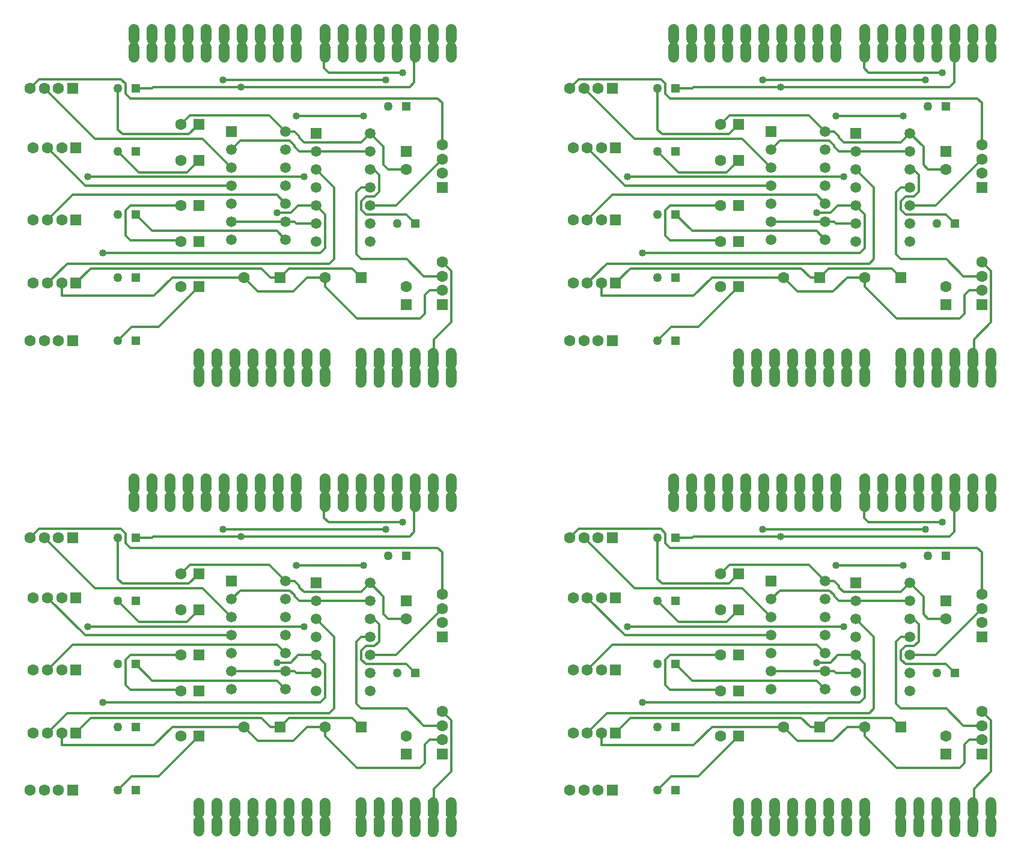
<source format=gbr>
G04 DipTrace 2.4.0.2*
%INTop.gbr*%
%MOIN*%
%ADD15C,0.013*%
%ADD17C,0.063*%
%ADD18R,0.063X0.063*%
%ADD19C,0.05*%
%ADD20R,0.05X0.05*%
%ADD21C,0.063*%
%ADD22R,0.0591X0.0591*%
%ADD23C,0.0591*%
%ADD24C,0.04*%
%FSLAX44Y44*%
G04*
G70*
G90*
G75*
G01*
%LNTop*%
%LPD*%
X26440Y16440D2*
D15*
X25450D1*
X25190Y16700D1*
Y17690D1*
X24440Y18440D1*
X13940Y14440D2*
X11145D1*
X10885Y14180D1*
Y12766D1*
X11145Y12506D1*
X13940D1*
Y12440D1*
X19756Y18531D2*
X18837Y19450D1*
X14450D1*
X13940Y18940D1*
X24440Y18440D2*
X23930Y17930D1*
X20766D1*
X20506Y18190D1*
Y18271D1*
X20246Y18531D1*
X19756D1*
X5578Y20940D2*
X6088Y21450D1*
X10625D1*
X10885Y21190D1*
Y20645D1*
X11145Y20385D1*
X28180D1*
X28440Y20125D1*
Y17802D1*
X27940Y5940D2*
X27992D1*
Y7000D1*
X28950Y7958D1*
Y10793D1*
X28440Y11302D1*
X16756Y17531D2*
X17246Y18021D1*
X19987D1*
X20246Y17761D1*
Y17700D1*
X20506Y17440D1*
X21440D1*
X16756Y13531D2*
X19756D1*
X21440Y17440D2*
X24440D1*
X19756Y13531D2*
X20246D1*
X20337Y13440D1*
X21440D1*
X26940Y22940D2*
D3*
X17286Y21005D2*
X12423D1*
X12358Y20940D1*
X11440D1*
X26940Y22940D2*
X26891D1*
Y21265D1*
X26631Y21005D1*
X17286D1*
X16266Y21400D2*
X25320D1*
X24440Y16440D2*
D3*
X24085Y19416D2*
X20340D1*
X24440Y16440D2*
X24635D1*
X24930Y16145D1*
Y15190D1*
X24670Y14930D1*
X24200D1*
X23940Y14670D1*
Y14190D1*
X24200Y13930D1*
X26450D1*
X26940Y13440D1*
X19756Y12531D2*
X19266Y13021D1*
X12359D1*
X11440Y13940D1*
X9600Y11815D2*
X21670D1*
X21930Y12075D1*
Y13950D1*
X21440Y14440D1*
X20456D1*
X20037Y14021D1*
X19266D1*
X21940Y22940D2*
X21891D1*
Y22055D1*
X22150Y21795D1*
X26239D1*
X14940Y16940D2*
X14281Y16281D1*
X11600D1*
X10440Y17440D1*
X14940Y9940D2*
X12698Y7698D1*
X11198D1*
X10440Y6940D1*
X20766Y16021D2*
X8766D1*
X14940Y18940D2*
X14391Y18391D1*
X10700D1*
X10440Y18651D1*
Y20940D1*
X23940Y10440D2*
X23430Y10950D1*
X19950D1*
X19440Y10440D1*
X18925D1*
X18416Y10950D1*
X8950D1*
X8121Y10121D1*
X28440Y9728D2*
X27730D1*
X27470Y9468D1*
Y8430D1*
X27210Y8170D1*
X23700D1*
X21940Y9930D1*
Y10440D1*
X17440D2*
X17430Y10450D1*
X13460D1*
X12440Y9430D1*
X7334D1*
Y10121D1*
X21940Y10440D2*
X20957D1*
X20187Y9670D1*
X18210D1*
X17440Y10440D1*
X16756Y16531D2*
X15156Y18131D1*
X9174D1*
X6365Y20940D1*
X16756Y15531D2*
X8637D1*
X6546Y17621D1*
X19756Y14531D2*
X19266Y15021D1*
X7946D1*
X6546Y13621D1*
X21440Y16440D2*
X22450Y15430D1*
Y11470D1*
X22190Y11210D1*
X7635D1*
X6546Y10121D1*
X24440Y15440D2*
X23940D1*
X23680Y15180D1*
Y11730D1*
X23940Y11470D1*
X26463D1*
X27418Y10515D1*
X28440D1*
Y17015D2*
X25865Y14440D1*
X24440D1*
D24*
X17286Y21005D3*
X25320Y21400D3*
X16266D3*
X20340Y19416D3*
X24085D3*
X19266Y14021D3*
X9600Y11815D3*
X26239Y21795D3*
X8766Y16021D3*
X20766D3*
G36*
X23640Y5240D2*
X23658Y5343D1*
X23710Y5433D1*
X23790Y5500D1*
X23888Y5536D1*
X23992D1*
X24090Y5500D1*
X24170Y5433D1*
X24222Y5343D1*
X24240Y5240D1*
Y4640D1*
X24222Y4538D1*
X24170Y4448D1*
X24090Y4380D1*
X23993Y4345D1*
X23888D1*
X23790Y4380D1*
X23711Y4447D1*
X23658Y4537D1*
X23640Y4640D1*
Y5240D1*
G37*
G36*
X24640D2*
X24658Y5343D1*
X24710Y5433D1*
X24790Y5500D1*
X24888Y5536D1*
X24992D1*
X25090Y5500D1*
X25170Y5433D1*
X25222Y5343D1*
X25240Y5240D1*
Y4640D1*
X25222Y4538D1*
X25170Y4448D1*
X25090Y4380D1*
X24993Y4345D1*
X24888D1*
X24790Y4380D1*
X24711Y4447D1*
X24658Y4537D1*
X24640Y4640D1*
Y5240D1*
G37*
G36*
X25640D2*
X25658Y5343D1*
X25710Y5433D1*
X25790Y5500D1*
X25888Y5536D1*
X25992D1*
X26090Y5500D1*
X26170Y5433D1*
X26222Y5343D1*
X26240Y5240D1*
Y4640D1*
X26222Y4538D1*
X26170Y4448D1*
X26090Y4380D1*
X25993Y4345D1*
X25888D1*
X25790Y4380D1*
X25711Y4447D1*
X25658Y4537D1*
X25640Y4640D1*
Y5240D1*
G37*
G36*
X26640D2*
X26658Y5343D1*
X26710Y5433D1*
X26790Y5500D1*
X26888Y5536D1*
X26992D1*
X27090Y5500D1*
X27170Y5433D1*
X27222Y5343D1*
X27240Y5240D1*
Y4640D1*
X27222Y4538D1*
X27170Y4448D1*
X27090Y4380D1*
X26993Y4345D1*
X26888D1*
X26790Y4380D1*
X26711Y4447D1*
X26658Y4537D1*
X26640Y4640D1*
Y5240D1*
G37*
G36*
X27640D2*
X27658Y5343D1*
X27710Y5433D1*
X27790Y5500D1*
X27888Y5536D1*
X27992D1*
X28090Y5500D1*
X28170Y5433D1*
X28222Y5343D1*
X28240Y5240D1*
Y4640D1*
X28222Y4538D1*
X28170Y4448D1*
X28090Y4380D1*
X27993Y4345D1*
X27888D1*
X27790Y4380D1*
X27711Y4447D1*
X27658Y4537D1*
X27640Y4640D1*
Y5240D1*
G37*
G36*
X28640D2*
X28658Y5343D1*
X28710Y5433D1*
X28790Y5500D1*
X28888Y5536D1*
X28992D1*
X29090Y5500D1*
X29170Y5433D1*
X29222Y5343D1*
X29240Y5240D1*
Y4640D1*
X29222Y4538D1*
X29170Y4448D1*
X29090Y4380D1*
X28993Y4345D1*
X28888D1*
X28790Y4380D1*
X28711Y4447D1*
X28658Y4537D1*
X28640Y4640D1*
Y5240D1*
G37*
G36*
X29227Y23653D2*
X29210Y23555D1*
X29160Y23469D1*
X29084Y23405D1*
X28990Y23371D1*
X28891Y23370D1*
X28797Y23404D1*
X28720Y23468D1*
X28671Y23555D1*
X28653Y23653D1*
Y24227D1*
X28670Y24325D1*
X28720Y24411D1*
X28796Y24476D1*
X28890Y24510D1*
X28990D1*
X29083Y24476D1*
X29160Y24412D1*
X29210Y24326D1*
X29227Y24227D1*
Y23653D1*
G37*
G36*
X28227D2*
X28210Y23555D1*
X28160Y23469D1*
X28084Y23405D1*
X27990Y23371D1*
X27891Y23370D1*
X27797Y23404D1*
X27720Y23468D1*
X27671Y23555D1*
X27653Y23653D1*
Y24227D1*
X27670Y24325D1*
X27720Y24411D1*
X27796Y24476D1*
X27890Y24510D1*
X27990D1*
X28083Y24476D1*
X28160Y24412D1*
X28210Y24326D1*
X28227Y24227D1*
Y23653D1*
G37*
G36*
X27227D2*
X27210Y23555D1*
X27160Y23469D1*
X27084Y23405D1*
X26990Y23371D1*
X26891Y23370D1*
X26797Y23404D1*
X26720Y23468D1*
X26671Y23555D1*
X26653Y23653D1*
Y24227D1*
X26670Y24325D1*
X26720Y24411D1*
X26796Y24476D1*
X26890Y24510D1*
X26990D1*
X27083Y24476D1*
X27160Y24412D1*
X27210Y24326D1*
X27227Y24227D1*
Y23653D1*
G37*
G36*
X26227D2*
X26210Y23555D1*
X26160Y23469D1*
X26084Y23405D1*
X25990Y23371D1*
X25891Y23370D1*
X25797Y23404D1*
X25720Y23468D1*
X25671Y23555D1*
X25653Y23653D1*
Y24227D1*
X25670Y24325D1*
X25720Y24411D1*
X25796Y24476D1*
X25890Y24510D1*
X25990D1*
X26083Y24476D1*
X26160Y24412D1*
X26210Y24326D1*
X26227Y24227D1*
Y23653D1*
G37*
G36*
X25227D2*
X25210Y23555D1*
X25160Y23469D1*
X25084Y23405D1*
X24990Y23371D1*
X24891Y23370D1*
X24797Y23404D1*
X24720Y23468D1*
X24671Y23555D1*
X24653Y23653D1*
Y24227D1*
X24670Y24325D1*
X24720Y24411D1*
X24796Y24476D1*
X24890Y24510D1*
X24990D1*
X25083Y24476D1*
X25160Y24412D1*
X25210Y24326D1*
X25227Y24227D1*
Y23653D1*
G37*
G36*
X24227D2*
X24210Y23555D1*
X24160Y23469D1*
X24084Y23405D1*
X23990Y23371D1*
X23891Y23370D1*
X23797Y23404D1*
X23720Y23468D1*
X23671Y23555D1*
X23653Y23653D1*
Y24227D1*
X23670Y24325D1*
X23720Y24411D1*
X23796Y24476D1*
X23890Y24510D1*
X23990D1*
X24083Y24476D1*
X24160Y24412D1*
X24210Y24326D1*
X24227Y24227D1*
Y23653D1*
G37*
G36*
X23227D2*
X23210Y23555D1*
X23160Y23469D1*
X23084Y23405D1*
X22990Y23371D1*
X22891Y23370D1*
X22797Y23404D1*
X22720Y23468D1*
X22671Y23555D1*
X22653Y23653D1*
Y24227D1*
X22670Y24325D1*
X22720Y24411D1*
X22796Y24476D1*
X22890Y24510D1*
X22990D1*
X23083Y24476D1*
X23160Y24412D1*
X23210Y24326D1*
X23227Y24227D1*
Y23653D1*
G37*
G36*
X22227D2*
X22210Y23555D1*
X22160Y23469D1*
X22084Y23405D1*
X21990Y23371D1*
X21891Y23370D1*
X21797Y23404D1*
X21720Y23468D1*
X21671Y23555D1*
X21653Y23653D1*
Y24227D1*
X21670Y24325D1*
X21720Y24411D1*
X21796Y24476D1*
X21890Y24510D1*
X21990D1*
X22083Y24476D1*
X22160Y24412D1*
X22210Y24326D1*
X22227Y24227D1*
Y23653D1*
G37*
G36*
X14653Y5227D2*
X14670Y5325D1*
X14720Y5411D1*
X14796Y5476D1*
X14890Y5510D1*
X14990D1*
X15083Y5476D1*
X15160Y5412D1*
X15210Y5326D1*
X15227Y5227D1*
Y4653D1*
X15210Y4555D1*
X15160Y4469D1*
X15084Y4405D1*
X14990Y4371D1*
X14891Y4370D1*
X14797Y4404D1*
X14720Y4468D1*
X14671Y4555D1*
X14653Y4653D1*
Y5227D1*
G37*
G36*
X15653D2*
X15670Y5325D1*
X15720Y5411D1*
X15796Y5476D1*
X15890Y5510D1*
X15990D1*
X16083Y5476D1*
X16160Y5412D1*
X16210Y5326D1*
X16227Y5227D1*
Y4653D1*
X16210Y4555D1*
X16160Y4469D1*
X16084Y4405D1*
X15990Y4371D1*
X15891Y4370D1*
X15797Y4404D1*
X15720Y4468D1*
X15671Y4555D1*
X15653Y4653D1*
Y5227D1*
G37*
G36*
X16653D2*
X16670Y5325D1*
X16720Y5411D1*
X16796Y5476D1*
X16890Y5510D1*
X16990D1*
X17083Y5476D1*
X17160Y5412D1*
X17210Y5326D1*
X17227Y5227D1*
Y4653D1*
X17210Y4555D1*
X17160Y4469D1*
X17084Y4405D1*
X16990Y4371D1*
X16891Y4370D1*
X16797Y4404D1*
X16720Y4468D1*
X16671Y4555D1*
X16653Y4653D1*
Y5227D1*
G37*
G36*
X17653D2*
X17670Y5325D1*
X17720Y5411D1*
X17796Y5476D1*
X17890Y5510D1*
X17990D1*
X18083Y5476D1*
X18160Y5412D1*
X18210Y5326D1*
X18227Y5227D1*
Y4653D1*
X18210Y4555D1*
X18160Y4469D1*
X18084Y4405D1*
X17990Y4371D1*
X17891Y4370D1*
X17797Y4404D1*
X17720Y4468D1*
X17671Y4555D1*
X17653Y4653D1*
Y5227D1*
G37*
G36*
X18653D2*
X18670Y5325D1*
X18720Y5411D1*
X18796Y5476D1*
X18890Y5510D1*
X18990D1*
X19083Y5476D1*
X19160Y5412D1*
X19210Y5326D1*
X19227Y5227D1*
Y4653D1*
X19210Y4555D1*
X19160Y4469D1*
X19084Y4405D1*
X18990Y4371D1*
X18891Y4370D1*
X18797Y4404D1*
X18720Y4468D1*
X18671Y4555D1*
X18653Y4653D1*
Y5227D1*
G37*
G36*
X19653D2*
X19670Y5325D1*
X19720Y5411D1*
X19796Y5476D1*
X19890Y5510D1*
X19990D1*
X20083Y5476D1*
X20160Y5412D1*
X20210Y5326D1*
X20227Y5227D1*
Y4653D1*
X20210Y4555D1*
X20160Y4469D1*
X20084Y4405D1*
X19990Y4371D1*
X19891Y4370D1*
X19797Y4404D1*
X19720Y4468D1*
X19671Y4555D1*
X19653Y4653D1*
Y5227D1*
G37*
G36*
X20653D2*
X20670Y5325D1*
X20720Y5411D1*
X20796Y5476D1*
X20890Y5510D1*
X20990D1*
X21083Y5476D1*
X21160Y5412D1*
X21210Y5326D1*
X21227Y5227D1*
Y4653D1*
X21210Y4555D1*
X21160Y4469D1*
X21084Y4405D1*
X20990Y4371D1*
X20891Y4370D1*
X20797Y4404D1*
X20720Y4468D1*
X20671Y4555D1*
X20653Y4653D1*
Y5227D1*
G37*
G36*
X21653D2*
X21670Y5325D1*
X21720Y5411D1*
X21796Y5476D1*
X21890Y5510D1*
X21990D1*
X22083Y5476D1*
X22160Y5412D1*
X22210Y5326D1*
X22227Y5227D1*
Y4653D1*
X22210Y4555D1*
X22160Y4469D1*
X22084Y4405D1*
X21990Y4371D1*
X21891Y4370D1*
X21797Y4404D1*
X21720Y4468D1*
X21671Y4555D1*
X21653Y4653D1*
Y5227D1*
G37*
G36*
X20627Y23653D2*
X20610Y23555D1*
X20560Y23469D1*
X20484Y23405D1*
X20390Y23371D1*
X20291Y23370D1*
X20197Y23404D1*
X20120Y23468D1*
X20071Y23555D1*
X20053Y23653D1*
Y24227D1*
X20070Y24325D1*
X20120Y24411D1*
X20196Y24476D1*
X20290Y24510D1*
X20390D1*
X20483Y24476D1*
X20560Y24412D1*
X20610Y24326D1*
X20627Y24227D1*
Y23653D1*
G37*
G36*
X19627D2*
X19610Y23555D1*
X19560Y23469D1*
X19484Y23405D1*
X19390Y23371D1*
X19291Y23370D1*
X19197Y23404D1*
X19120Y23468D1*
X19071Y23555D1*
X19053Y23653D1*
Y24227D1*
X19070Y24325D1*
X19120Y24411D1*
X19196Y24476D1*
X19290Y24510D1*
X19390D1*
X19483Y24476D1*
X19560Y24412D1*
X19610Y24326D1*
X19627Y24227D1*
Y23653D1*
G37*
G36*
X18627D2*
X18610Y23555D1*
X18560Y23469D1*
X18484Y23405D1*
X18390Y23371D1*
X18291Y23370D1*
X18197Y23404D1*
X18120Y23468D1*
X18071Y23555D1*
X18053Y23653D1*
Y24227D1*
X18070Y24325D1*
X18120Y24411D1*
X18196Y24476D1*
X18290Y24510D1*
X18390D1*
X18483Y24476D1*
X18560Y24412D1*
X18610Y24326D1*
X18627Y24227D1*
Y23653D1*
G37*
G36*
X17627D2*
X17610Y23555D1*
X17560Y23469D1*
X17484Y23405D1*
X17390Y23371D1*
X17291Y23370D1*
X17197Y23404D1*
X17120Y23468D1*
X17071Y23555D1*
X17053Y23653D1*
Y24227D1*
X17070Y24325D1*
X17120Y24411D1*
X17196Y24476D1*
X17290Y24510D1*
X17390D1*
X17483Y24476D1*
X17560Y24412D1*
X17610Y24326D1*
X17627Y24227D1*
Y23653D1*
G37*
G36*
X16627D2*
X16610Y23555D1*
X16560Y23469D1*
X16484Y23405D1*
X16390Y23371D1*
X16291Y23370D1*
X16197Y23404D1*
X16120Y23468D1*
X16071Y23555D1*
X16053Y23653D1*
Y24227D1*
X16070Y24325D1*
X16120Y24411D1*
X16196Y24476D1*
X16290Y24510D1*
X16390D1*
X16483Y24476D1*
X16560Y24412D1*
X16610Y24326D1*
X16627Y24227D1*
Y23653D1*
G37*
G36*
X15627D2*
X15610Y23555D1*
X15560Y23469D1*
X15484Y23405D1*
X15390Y23371D1*
X15291Y23370D1*
X15197Y23404D1*
X15120Y23468D1*
X15071Y23555D1*
X15053Y23653D1*
Y24227D1*
X15070Y24325D1*
X15120Y24411D1*
X15196Y24476D1*
X15290Y24510D1*
X15390D1*
X15483Y24476D1*
X15560Y24412D1*
X15610Y24326D1*
X15627Y24227D1*
Y23653D1*
G37*
G36*
X14627D2*
X14610Y23555D1*
X14560Y23469D1*
X14484Y23405D1*
X14390Y23371D1*
X14291Y23370D1*
X14197Y23404D1*
X14120Y23468D1*
X14071Y23555D1*
X14053Y23653D1*
Y24227D1*
X14070Y24325D1*
X14120Y24411D1*
X14196Y24476D1*
X14290Y24510D1*
X14390D1*
X14483Y24476D1*
X14560Y24412D1*
X14610Y24326D1*
X14627Y24227D1*
Y23653D1*
G37*
G36*
X13627D2*
X13610Y23555D1*
X13560Y23469D1*
X13484Y23405D1*
X13390Y23371D1*
X13291Y23370D1*
X13197Y23404D1*
X13120Y23468D1*
X13071Y23555D1*
X13053Y23653D1*
Y24227D1*
X13070Y24325D1*
X13120Y24411D1*
X13196Y24476D1*
X13290Y24510D1*
X13390D1*
X13483Y24476D1*
X13560Y24412D1*
X13610Y24326D1*
X13627Y24227D1*
Y23653D1*
G37*
G36*
X12627D2*
X12610Y23555D1*
X12560Y23469D1*
X12484Y23405D1*
X12390Y23371D1*
X12291Y23370D1*
X12197Y23404D1*
X12120Y23468D1*
X12071Y23555D1*
X12053Y23653D1*
Y24227D1*
X12070Y24325D1*
X12120Y24411D1*
X12196Y24476D1*
X12290Y24510D1*
X12390D1*
X12483Y24476D1*
X12560Y24412D1*
X12610Y24326D1*
X12627Y24227D1*
Y23653D1*
G37*
G36*
X11627D2*
X11610Y23555D1*
X11560Y23469D1*
X11484Y23405D1*
X11390Y23371D1*
X11291Y23370D1*
X11197Y23404D1*
X11120Y23468D1*
X11071Y23555D1*
X11053Y23653D1*
Y24227D1*
X11070Y24325D1*
X11120Y24411D1*
X11196Y24476D1*
X11290Y24510D1*
X11390D1*
X11483Y24476D1*
X11560Y24412D1*
X11610Y24326D1*
X11627Y24227D1*
Y23653D1*
G37*
G36*
X20627Y22653D2*
X20610Y22555D1*
X20560Y22469D1*
X20484Y22405D1*
X20390Y22371D1*
X20291Y22370D1*
X20197Y22404D1*
X20120Y22468D1*
X20071Y22555D1*
X20053Y22653D1*
Y23227D1*
X20070Y23325D1*
X20120Y23411D1*
X20196Y23476D1*
X20290Y23510D1*
X20390D1*
X20483Y23476D1*
X20560Y23412D1*
X20610Y23326D1*
X20627Y23227D1*
Y22653D1*
G37*
G36*
X19627D2*
X19610Y22555D1*
X19560Y22469D1*
X19484Y22405D1*
X19390Y22371D1*
X19291Y22370D1*
X19197Y22404D1*
X19120Y22468D1*
X19071Y22555D1*
X19053Y22653D1*
Y23227D1*
X19070Y23325D1*
X19120Y23411D1*
X19196Y23476D1*
X19290Y23510D1*
X19390D1*
X19483Y23476D1*
X19560Y23412D1*
X19610Y23326D1*
X19627Y23227D1*
Y22653D1*
G37*
G36*
X18627D2*
X18610Y22555D1*
X18560Y22469D1*
X18484Y22405D1*
X18390Y22371D1*
X18291Y22370D1*
X18197Y22404D1*
X18120Y22468D1*
X18071Y22555D1*
X18053Y22653D1*
Y23227D1*
X18070Y23325D1*
X18120Y23411D1*
X18196Y23476D1*
X18290Y23510D1*
X18390D1*
X18483Y23476D1*
X18560Y23412D1*
X18610Y23326D1*
X18627Y23227D1*
Y22653D1*
G37*
G36*
X17627D2*
X17610Y22555D1*
X17560Y22469D1*
X17484Y22405D1*
X17390Y22371D1*
X17291Y22370D1*
X17197Y22404D1*
X17120Y22468D1*
X17071Y22555D1*
X17053Y22653D1*
Y23227D1*
X17070Y23325D1*
X17120Y23411D1*
X17196Y23476D1*
X17290Y23510D1*
X17390D1*
X17483Y23476D1*
X17560Y23412D1*
X17610Y23326D1*
X17627Y23227D1*
Y22653D1*
G37*
G36*
X16627D2*
X16610Y22555D1*
X16560Y22469D1*
X16484Y22405D1*
X16390Y22371D1*
X16291Y22370D1*
X16197Y22404D1*
X16120Y22468D1*
X16071Y22555D1*
X16053Y22653D1*
Y23227D1*
X16070Y23325D1*
X16120Y23411D1*
X16196Y23476D1*
X16290Y23510D1*
X16390D1*
X16483Y23476D1*
X16560Y23412D1*
X16610Y23326D1*
X16627Y23227D1*
Y22653D1*
G37*
G36*
X15627D2*
X15610Y22555D1*
X15560Y22469D1*
X15484Y22405D1*
X15390Y22371D1*
X15291Y22370D1*
X15197Y22404D1*
X15120Y22468D1*
X15071Y22555D1*
X15053Y22653D1*
Y23227D1*
X15070Y23325D1*
X15120Y23411D1*
X15196Y23476D1*
X15290Y23510D1*
X15390D1*
X15483Y23476D1*
X15560Y23412D1*
X15610Y23326D1*
X15627Y23227D1*
Y22653D1*
G37*
G36*
X14627D2*
X14610Y22555D1*
X14560Y22469D1*
X14484Y22405D1*
X14390Y22371D1*
X14291Y22370D1*
X14197Y22404D1*
X14120Y22468D1*
X14071Y22555D1*
X14053Y22653D1*
Y23227D1*
X14070Y23325D1*
X14120Y23411D1*
X14196Y23476D1*
X14290Y23510D1*
X14390D1*
X14483Y23476D1*
X14560Y23412D1*
X14610Y23326D1*
X14627Y23227D1*
Y22653D1*
G37*
G36*
X13627D2*
X13610Y22555D1*
X13560Y22469D1*
X13484Y22405D1*
X13390Y22371D1*
X13291Y22370D1*
X13197Y22404D1*
X13120Y22468D1*
X13071Y22555D1*
X13053Y22653D1*
Y23227D1*
X13070Y23325D1*
X13120Y23411D1*
X13196Y23476D1*
X13290Y23510D1*
X13390D1*
X13483Y23476D1*
X13560Y23412D1*
X13610Y23326D1*
X13627Y23227D1*
Y22653D1*
G37*
G36*
X12627D2*
X12610Y22555D1*
X12560Y22469D1*
X12484Y22405D1*
X12390Y22371D1*
X12291Y22370D1*
X12197Y22404D1*
X12120Y22468D1*
X12071Y22555D1*
X12053Y22653D1*
Y23227D1*
X12070Y23325D1*
X12120Y23411D1*
X12196Y23476D1*
X12290Y23510D1*
X12390D1*
X12483Y23476D1*
X12560Y23412D1*
X12610Y23326D1*
X12627Y23227D1*
Y22653D1*
G37*
G36*
X11627D2*
X11610Y22555D1*
X11560Y22469D1*
X11484Y22405D1*
X11390Y22371D1*
X11291Y22370D1*
X11197Y22404D1*
X11120Y22468D1*
X11071Y22555D1*
X11053Y22653D1*
Y23227D1*
X11070Y23325D1*
X11120Y23411D1*
X11196Y23476D1*
X11290Y23510D1*
X11390D1*
X11483Y23476D1*
X11560Y23412D1*
X11610Y23326D1*
X11627Y23227D1*
Y22653D1*
G37*
G36*
X29227D2*
X29210Y22555D1*
X29160Y22469D1*
X29084Y22405D1*
X28990Y22371D1*
X28891Y22370D1*
X28797Y22404D1*
X28720Y22468D1*
X28671Y22555D1*
X28653Y22653D1*
Y23227D1*
X28670Y23325D1*
X28720Y23411D1*
X28796Y23476D1*
X28890Y23510D1*
X28990D1*
X29083Y23476D1*
X29160Y23412D1*
X29210Y23326D1*
X29227Y23227D1*
Y22653D1*
G37*
G36*
X28227D2*
X28210Y22555D1*
X28160Y22469D1*
X28084Y22405D1*
X27990Y22371D1*
X27891Y22370D1*
X27797Y22404D1*
X27720Y22468D1*
X27671Y22555D1*
X27653Y22653D1*
Y23227D1*
X27670Y23325D1*
X27720Y23411D1*
X27796Y23476D1*
X27890Y23510D1*
X27990D1*
X28083Y23476D1*
X28160Y23412D1*
X28210Y23326D1*
X28227Y23227D1*
Y22653D1*
G37*
G36*
X27227D2*
X27210Y22555D1*
X27160Y22469D1*
X27084Y22405D1*
X26990Y22371D1*
X26891Y22370D1*
X26797Y22404D1*
X26720Y22468D1*
X26671Y22555D1*
X26653Y22653D1*
Y23227D1*
X26670Y23325D1*
X26720Y23411D1*
X26796Y23476D1*
X26890Y23510D1*
X26990D1*
X27083Y23476D1*
X27160Y23412D1*
X27210Y23326D1*
X27227Y23227D1*
Y22653D1*
G37*
G36*
X26227D2*
X26210Y22555D1*
X26160Y22469D1*
X26084Y22405D1*
X25990Y22371D1*
X25891Y22370D1*
X25797Y22404D1*
X25720Y22468D1*
X25671Y22555D1*
X25653Y22653D1*
Y23227D1*
X25670Y23325D1*
X25720Y23411D1*
X25796Y23476D1*
X25890Y23510D1*
X25990D1*
X26083Y23476D1*
X26160Y23412D1*
X26210Y23326D1*
X26227Y23227D1*
Y22653D1*
G37*
G36*
X25227D2*
X25210Y22555D1*
X25160Y22469D1*
X25084Y22405D1*
X24990Y22371D1*
X24891Y22370D1*
X24797Y22404D1*
X24720Y22468D1*
X24671Y22555D1*
X24653Y22653D1*
Y23227D1*
X24670Y23325D1*
X24720Y23411D1*
X24796Y23476D1*
X24890Y23510D1*
X24990D1*
X25083Y23476D1*
X25160Y23412D1*
X25210Y23326D1*
X25227Y23227D1*
Y22653D1*
G37*
G36*
X24227D2*
X24210Y22555D1*
X24160Y22469D1*
X24084Y22405D1*
X23990Y22371D1*
X23891Y22370D1*
X23797Y22404D1*
X23720Y22468D1*
X23671Y22555D1*
X23653Y22653D1*
Y23227D1*
X23670Y23325D1*
X23720Y23411D1*
X23796Y23476D1*
X23890Y23510D1*
X23990D1*
X24083Y23476D1*
X24160Y23412D1*
X24210Y23326D1*
X24227Y23227D1*
Y22653D1*
G37*
G36*
X23227D2*
X23210Y22555D1*
X23160Y22469D1*
X23084Y22405D1*
X22990Y22371D1*
X22891Y22370D1*
X22797Y22404D1*
X22720Y22468D1*
X22671Y22555D1*
X22653Y22653D1*
Y23227D1*
X22670Y23325D1*
X22720Y23411D1*
X22796Y23476D1*
X22890Y23510D1*
X22990D1*
X23083Y23476D1*
X23160Y23412D1*
X23210Y23326D1*
X23227Y23227D1*
Y22653D1*
G37*
G36*
X22227D2*
X22210Y22555D1*
X22160Y22469D1*
X22084Y22405D1*
X21990Y22371D1*
X21891Y22370D1*
X21797Y22404D1*
X21720Y22468D1*
X21671Y22555D1*
X21653Y22653D1*
Y23227D1*
X21670Y23325D1*
X21720Y23411D1*
X21796Y23476D1*
X21890Y23510D1*
X21990D1*
X22083Y23476D1*
X22160Y23412D1*
X22210Y23326D1*
X22227Y23227D1*
Y22653D1*
G37*
G36*
X23640Y6240D2*
X23658Y6343D1*
X23710Y6433D1*
X23790Y6500D1*
X23888Y6536D1*
X23992D1*
X24090Y6500D1*
X24170Y6433D1*
X24222Y6343D1*
X24240Y6240D1*
Y5640D1*
X24222Y5538D1*
X24170Y5448D1*
X24090Y5380D1*
X23993Y5345D1*
X23888D1*
X23790Y5380D1*
X23711Y5447D1*
X23658Y5537D1*
X23640Y5640D1*
Y6240D1*
G37*
G36*
X24640D2*
X24658Y6343D1*
X24710Y6433D1*
X24790Y6500D1*
X24888Y6536D1*
X24992D1*
X25090Y6500D1*
X25170Y6433D1*
X25222Y6343D1*
X25240Y6240D1*
Y5640D1*
X25222Y5538D1*
X25170Y5448D1*
X25090Y5380D1*
X24993Y5345D1*
X24888D1*
X24790Y5380D1*
X24711Y5447D1*
X24658Y5537D1*
X24640Y5640D1*
Y6240D1*
G37*
G36*
X25640D2*
X25658Y6343D1*
X25710Y6433D1*
X25790Y6500D1*
X25888Y6536D1*
X25992D1*
X26090Y6500D1*
X26170Y6433D1*
X26222Y6343D1*
X26240Y6240D1*
Y5640D1*
X26222Y5538D1*
X26170Y5448D1*
X26090Y5380D1*
X25993Y5345D1*
X25888D1*
X25790Y5380D1*
X25711Y5447D1*
X25658Y5537D1*
X25640Y5640D1*
Y6240D1*
G37*
G36*
X26640D2*
X26658Y6343D1*
X26710Y6433D1*
X26790Y6500D1*
X26888Y6536D1*
X26992D1*
X27090Y6500D1*
X27170Y6433D1*
X27222Y6343D1*
X27240Y6240D1*
Y5640D1*
X27222Y5538D1*
X27170Y5448D1*
X27090Y5380D1*
X26993Y5345D1*
X26888D1*
X26790Y5380D1*
X26711Y5447D1*
X26658Y5537D1*
X26640Y5640D1*
Y6240D1*
G37*
G36*
X27640D2*
X27658Y6343D1*
X27710Y6433D1*
X27790Y6500D1*
X27888Y6536D1*
X27992D1*
X28090Y6500D1*
X28170Y6433D1*
X28222Y6343D1*
X28240Y6240D1*
Y5640D1*
X28222Y5538D1*
X28170Y5448D1*
X28090Y5380D1*
X27993Y5345D1*
X27888D1*
X27790Y5380D1*
X27711Y5447D1*
X27658Y5537D1*
X27640Y5640D1*
Y6240D1*
G37*
G36*
X28640D2*
X28658Y6343D1*
X28710Y6433D1*
X28790Y6500D1*
X28888Y6536D1*
X28992D1*
X29090Y6500D1*
X29170Y6433D1*
X29222Y6343D1*
X29240Y6240D1*
Y5640D1*
X29222Y5538D1*
X29170Y5448D1*
X29090Y5380D1*
X28993Y5345D1*
X28888D1*
X28790Y5380D1*
X28711Y5447D1*
X28658Y5537D1*
X28640Y5640D1*
Y6240D1*
G37*
G36*
X14653Y6227D2*
X14670Y6325D1*
X14720Y6411D1*
X14796Y6476D1*
X14890Y6510D1*
X14990D1*
X15083Y6476D1*
X15160Y6412D1*
X15210Y6326D1*
X15227Y6227D1*
Y5653D1*
X15210Y5555D1*
X15160Y5469D1*
X15084Y5405D1*
X14990Y5371D1*
X14891Y5370D1*
X14797Y5404D1*
X14720Y5468D1*
X14671Y5555D1*
X14653Y5653D1*
Y6227D1*
G37*
G36*
X15653D2*
X15670Y6325D1*
X15720Y6411D1*
X15796Y6476D1*
X15890Y6510D1*
X15990D1*
X16083Y6476D1*
X16160Y6412D1*
X16210Y6326D1*
X16227Y6227D1*
Y5653D1*
X16210Y5555D1*
X16160Y5469D1*
X16084Y5405D1*
X15990Y5371D1*
X15891Y5370D1*
X15797Y5404D1*
X15720Y5468D1*
X15671Y5555D1*
X15653Y5653D1*
Y6227D1*
G37*
G36*
X16653D2*
X16670Y6325D1*
X16720Y6411D1*
X16796Y6476D1*
X16890Y6510D1*
X16990D1*
X17083Y6476D1*
X17160Y6412D1*
X17210Y6326D1*
X17227Y6227D1*
Y5653D1*
X17210Y5555D1*
X17160Y5469D1*
X17084Y5405D1*
X16990Y5371D1*
X16891Y5370D1*
X16797Y5404D1*
X16720Y5468D1*
X16671Y5555D1*
X16653Y5653D1*
Y6227D1*
G37*
G36*
X17653D2*
X17670Y6325D1*
X17720Y6411D1*
X17796Y6476D1*
X17890Y6510D1*
X17990D1*
X18083Y6476D1*
X18160Y6412D1*
X18210Y6326D1*
X18227Y6227D1*
Y5653D1*
X18210Y5555D1*
X18160Y5469D1*
X18084Y5405D1*
X17990Y5371D1*
X17891Y5370D1*
X17797Y5404D1*
X17720Y5468D1*
X17671Y5555D1*
X17653Y5653D1*
Y6227D1*
G37*
G36*
X18653D2*
X18670Y6325D1*
X18720Y6411D1*
X18796Y6476D1*
X18890Y6510D1*
X18990D1*
X19083Y6476D1*
X19160Y6412D1*
X19210Y6326D1*
X19227Y6227D1*
Y5653D1*
X19210Y5555D1*
X19160Y5469D1*
X19084Y5405D1*
X18990Y5371D1*
X18891Y5370D1*
X18797Y5404D1*
X18720Y5468D1*
X18671Y5555D1*
X18653Y5653D1*
Y6227D1*
G37*
G36*
X19653D2*
X19670Y6325D1*
X19720Y6411D1*
X19796Y6476D1*
X19890Y6510D1*
X19990D1*
X20083Y6476D1*
X20160Y6412D1*
X20210Y6326D1*
X20227Y6227D1*
Y5653D1*
X20210Y5555D1*
X20160Y5469D1*
X20084Y5405D1*
X19990Y5371D1*
X19891Y5370D1*
X19797Y5404D1*
X19720Y5468D1*
X19671Y5555D1*
X19653Y5653D1*
Y6227D1*
G37*
G36*
X20653D2*
X20670Y6325D1*
X20720Y6411D1*
X20796Y6476D1*
X20890Y6510D1*
X20990D1*
X21083Y6476D1*
X21160Y6412D1*
X21210Y6326D1*
X21227Y6227D1*
Y5653D1*
X21210Y5555D1*
X21160Y5469D1*
X21084Y5405D1*
X20990Y5371D1*
X20891Y5370D1*
X20797Y5404D1*
X20720Y5468D1*
X20671Y5555D1*
X20653Y5653D1*
Y6227D1*
G37*
G36*
X21653D2*
X21670Y6325D1*
X21720Y6411D1*
X21796Y6476D1*
X21890Y6510D1*
X21990D1*
X22083Y6476D1*
X22160Y6412D1*
X22210Y6326D1*
X22227Y6227D1*
Y5653D1*
X22210Y5555D1*
X22160Y5469D1*
X22084Y5405D1*
X21990Y5371D1*
X21891Y5370D1*
X21797Y5404D1*
X21720Y5468D1*
X21671Y5555D1*
X21653Y5653D1*
Y6227D1*
G37*
D17*
X17440Y10440D3*
D18*
X19440D3*
D17*
X21940D3*
D18*
X23940D3*
D19*
X10440Y20940D3*
D20*
X11440D3*
D19*
X10440Y17440D3*
D20*
X11440D3*
D19*
X10440Y13940D3*
D20*
X11440D3*
D19*
X10440Y10440D3*
D20*
X11440D3*
D19*
X10440Y6940D3*
D20*
X11440D3*
D19*
X25440Y19940D3*
D20*
X26440D3*
D19*
X25940Y13440D3*
D20*
X26940D3*
D18*
X7940Y20940D3*
D21*
X7153D3*
X6365D3*
X5578D3*
D18*
X8121Y17621D3*
D21*
X7334D3*
X6546D3*
X5759D3*
D18*
X8121Y13621D3*
D21*
X7334D3*
X6546D3*
X5759D3*
D18*
X8121Y10121D3*
D21*
X7334D3*
X6546D3*
X5759D3*
D18*
X7940Y6940D3*
D21*
X7153D3*
X6365D3*
X5578D3*
D18*
X28440Y15440D3*
D21*
Y16228D3*
Y17015D3*
Y17802D3*
D18*
Y8940D3*
D21*
Y9728D3*
Y10515D3*
Y11302D3*
D17*
X13940Y18940D3*
D18*
X14940D3*
D17*
X13940Y16940D3*
D18*
X14940D3*
D17*
X13940Y14440D3*
D18*
X14940D3*
D17*
X13940Y12440D3*
D18*
X14940D3*
D17*
X13940Y9940D3*
D18*
X14940D3*
D17*
X26440Y16440D3*
D18*
Y17440D3*
D17*
Y9940D3*
D18*
Y8940D3*
D22*
X16756Y18531D3*
D23*
Y17531D3*
Y16531D3*
Y15531D3*
Y14531D3*
Y13531D3*
Y12531D3*
X19756D3*
Y13531D3*
Y14531D3*
Y15531D3*
Y16531D3*
Y17531D3*
Y18531D3*
D22*
X21440Y18440D3*
D23*
Y17440D3*
Y16440D3*
Y15440D3*
Y14440D3*
Y13440D3*
Y12440D3*
X24440D3*
Y13440D3*
Y14440D3*
Y15440D3*
Y16440D3*
Y17440D3*
Y18440D3*
X56377Y16440D2*
D15*
X55387D1*
X55127Y16700D1*
Y17690D1*
X54377Y18440D1*
X43877Y14440D2*
X41082D1*
X40822Y14180D1*
Y12766D1*
X41082Y12506D1*
X43877D1*
Y12440D1*
X49693Y18531D2*
X48774Y19450D1*
X44387D1*
X43877Y18940D1*
X54377Y18440D2*
X53867Y17930D1*
X50703D1*
X50443Y18190D1*
Y18271D1*
X50183Y18531D1*
X49693D1*
X35515Y20940D2*
X36025Y21450D1*
X40562D1*
X40822Y21190D1*
Y20645D1*
X41082Y20385D1*
X58117D1*
X58377Y20125D1*
Y17802D1*
X57877Y5940D2*
X57929D1*
Y7000D1*
X58887Y7958D1*
Y10793D1*
X58377Y11302D1*
X46693Y17531D2*
X47183Y18021D1*
X49924D1*
X50183Y17761D1*
Y17700D1*
X50443Y17440D1*
X51377D1*
X46693Y13531D2*
X49693D1*
X51377Y17440D2*
X54377D1*
X49693Y13531D2*
X50183D1*
X50274Y13440D1*
X51377D1*
X56877Y22940D2*
D3*
X47223Y21005D2*
X42360D1*
X42295Y20940D1*
X41377D1*
X56877Y22940D2*
X56828D1*
Y21265D1*
X56568Y21005D1*
X47223D1*
X46203Y21400D2*
X55257D1*
X54377Y16440D2*
D3*
X54022Y19416D2*
X50277D1*
X54377Y16440D2*
X54572D1*
X54867Y16145D1*
Y15190D1*
X54607Y14930D1*
X54137D1*
X53877Y14670D1*
Y14190D1*
X54137Y13930D1*
X56387D1*
X56877Y13440D1*
X49693Y12531D2*
X49203Y13021D1*
X42296D1*
X41377Y13940D1*
X39537Y11815D2*
X51607D1*
X51867Y12075D1*
Y13950D1*
X51377Y14440D1*
X50393D1*
X49974Y14021D1*
X49203D1*
X51877Y22940D2*
X51828D1*
Y22055D1*
X52087Y21795D1*
X56176D1*
X44877Y16940D2*
X44218Y16281D1*
X41537D1*
X40377Y17440D1*
X44877Y9940D2*
X42635Y7698D1*
X41135D1*
X40377Y6940D1*
X50703Y16021D2*
X38703D1*
X44877Y18940D2*
X44328Y18391D1*
X40637D1*
X40377Y18651D1*
Y20940D1*
X53877Y10440D2*
X53367Y10950D1*
X49887D1*
X49377Y10440D1*
X48862D1*
X48353Y10950D1*
X38887D1*
X38058Y10121D1*
X58377Y9728D2*
X57667D1*
X57407Y9468D1*
Y8430D1*
X57147Y8170D1*
X53637D1*
X51877Y9930D1*
Y10440D1*
X47377D2*
X47367Y10450D1*
X43397D1*
X42377Y9430D1*
X37271D1*
Y10121D1*
X51877Y10440D2*
X50894D1*
X50124Y9670D1*
X48147D1*
X47377Y10440D1*
X46693Y16531D2*
X45093Y18131D1*
X39111D1*
X36302Y20940D1*
X46693Y15531D2*
X38574D1*
X36483Y17621D1*
X49693Y14531D2*
X49203Y15021D1*
X37883D1*
X36483Y13621D1*
X51377Y16440D2*
X52387Y15430D1*
Y11470D1*
X52127Y11210D1*
X37572D1*
X36483Y10121D1*
X54377Y15440D2*
X53877D1*
X53617Y15180D1*
Y11730D1*
X53877Y11470D1*
X56400D1*
X57355Y10515D1*
X58377D1*
Y17015D2*
X55802Y14440D1*
X54377D1*
D24*
X47223Y21005D3*
X55257Y21400D3*
X46203D3*
X50277Y19416D3*
X54022D3*
X49203Y14021D3*
X39537Y11815D3*
X56176Y21795D3*
X38703Y16021D3*
X50703D3*
G36*
X53577Y5240D2*
X53595Y5343D1*
X53647Y5433D1*
X53727Y5500D1*
X53825Y5536D1*
X53929D1*
X54027Y5500D1*
X54107Y5433D1*
X54159Y5343D1*
X54177Y5240D1*
Y4640D1*
X54159Y4538D1*
X54107Y4448D1*
X54027Y4380D1*
X53930Y4345D1*
X53825D1*
X53727Y4380D1*
X53648Y4447D1*
X53595Y4537D1*
X53577Y4640D1*
Y5240D1*
G37*
G36*
X54577D2*
X54595Y5343D1*
X54647Y5433D1*
X54727Y5500D1*
X54825Y5536D1*
X54929D1*
X55027Y5500D1*
X55107Y5433D1*
X55159Y5343D1*
X55177Y5240D1*
Y4640D1*
X55159Y4538D1*
X55107Y4448D1*
X55027Y4380D1*
X54930Y4345D1*
X54825D1*
X54727Y4380D1*
X54648Y4447D1*
X54595Y4537D1*
X54577Y4640D1*
Y5240D1*
G37*
G36*
X55577D2*
X55595Y5343D1*
X55647Y5433D1*
X55727Y5500D1*
X55825Y5536D1*
X55929D1*
X56027Y5500D1*
X56107Y5433D1*
X56159Y5343D1*
X56177Y5240D1*
Y4640D1*
X56159Y4538D1*
X56107Y4448D1*
X56027Y4380D1*
X55930Y4345D1*
X55825D1*
X55727Y4380D1*
X55648Y4447D1*
X55595Y4537D1*
X55577Y4640D1*
Y5240D1*
G37*
G36*
X56577D2*
X56595Y5343D1*
X56647Y5433D1*
X56727Y5500D1*
X56825Y5536D1*
X56929D1*
X57027Y5500D1*
X57107Y5433D1*
X57159Y5343D1*
X57177Y5240D1*
Y4640D1*
X57159Y4538D1*
X57107Y4448D1*
X57027Y4380D1*
X56930Y4345D1*
X56825D1*
X56727Y4380D1*
X56648Y4447D1*
X56595Y4537D1*
X56577Y4640D1*
Y5240D1*
G37*
G36*
X57577D2*
X57595Y5343D1*
X57647Y5433D1*
X57727Y5500D1*
X57825Y5536D1*
X57929D1*
X58027Y5500D1*
X58107Y5433D1*
X58159Y5343D1*
X58177Y5240D1*
Y4640D1*
X58159Y4538D1*
X58107Y4448D1*
X58027Y4380D1*
X57930Y4345D1*
X57825D1*
X57727Y4380D1*
X57648Y4447D1*
X57595Y4537D1*
X57577Y4640D1*
Y5240D1*
G37*
G36*
X58577D2*
X58595Y5343D1*
X58647Y5433D1*
X58727Y5500D1*
X58825Y5536D1*
X58929D1*
X59027Y5500D1*
X59107Y5433D1*
X59159Y5343D1*
X59177Y5240D1*
Y4640D1*
X59159Y4538D1*
X59107Y4448D1*
X59027Y4380D1*
X58930Y4345D1*
X58825D1*
X58727Y4380D1*
X58648Y4447D1*
X58595Y4537D1*
X58577Y4640D1*
Y5240D1*
G37*
G36*
X59164Y23653D2*
X59147Y23555D1*
X59097Y23469D1*
X59021Y23405D1*
X58927Y23371D1*
X58828Y23370D1*
X58734Y23404D1*
X58657Y23468D1*
X58608Y23555D1*
X58590Y23653D1*
Y24227D1*
X58607Y24325D1*
X58657Y24411D1*
X58733Y24476D1*
X58827Y24510D1*
X58927D1*
X59020Y24476D1*
X59097Y24412D1*
X59147Y24326D1*
X59164Y24227D1*
Y23653D1*
G37*
G36*
X58164D2*
X58147Y23555D1*
X58097Y23469D1*
X58021Y23405D1*
X57927Y23371D1*
X57828Y23370D1*
X57734Y23404D1*
X57657Y23468D1*
X57608Y23555D1*
X57590Y23653D1*
Y24227D1*
X57607Y24325D1*
X57657Y24411D1*
X57733Y24476D1*
X57827Y24510D1*
X57927D1*
X58020Y24476D1*
X58097Y24412D1*
X58147Y24326D1*
X58164Y24227D1*
Y23653D1*
G37*
G36*
X57164D2*
X57147Y23555D1*
X57097Y23469D1*
X57021Y23405D1*
X56927Y23371D1*
X56828Y23370D1*
X56734Y23404D1*
X56657Y23468D1*
X56608Y23555D1*
X56590Y23653D1*
Y24227D1*
X56607Y24325D1*
X56657Y24411D1*
X56733Y24476D1*
X56827Y24510D1*
X56927D1*
X57020Y24476D1*
X57097Y24412D1*
X57147Y24326D1*
X57164Y24227D1*
Y23653D1*
G37*
G36*
X56164D2*
X56147Y23555D1*
X56097Y23469D1*
X56021Y23405D1*
X55927Y23371D1*
X55828Y23370D1*
X55734Y23404D1*
X55657Y23468D1*
X55608Y23555D1*
X55590Y23653D1*
Y24227D1*
X55607Y24325D1*
X55657Y24411D1*
X55733Y24476D1*
X55827Y24510D1*
X55927D1*
X56020Y24476D1*
X56097Y24412D1*
X56147Y24326D1*
X56164Y24227D1*
Y23653D1*
G37*
G36*
X55164D2*
X55147Y23555D1*
X55097Y23469D1*
X55021Y23405D1*
X54927Y23371D1*
X54828Y23370D1*
X54734Y23404D1*
X54657Y23468D1*
X54608Y23555D1*
X54590Y23653D1*
Y24227D1*
X54607Y24325D1*
X54657Y24411D1*
X54733Y24476D1*
X54827Y24510D1*
X54927D1*
X55020Y24476D1*
X55097Y24412D1*
X55147Y24326D1*
X55164Y24227D1*
Y23653D1*
G37*
G36*
X54164D2*
X54147Y23555D1*
X54097Y23469D1*
X54021Y23405D1*
X53927Y23371D1*
X53828Y23370D1*
X53734Y23404D1*
X53657Y23468D1*
X53608Y23555D1*
X53590Y23653D1*
Y24227D1*
X53607Y24325D1*
X53657Y24411D1*
X53733Y24476D1*
X53827Y24510D1*
X53927D1*
X54020Y24476D1*
X54097Y24412D1*
X54147Y24326D1*
X54164Y24227D1*
Y23653D1*
G37*
G36*
X53164D2*
X53147Y23555D1*
X53097Y23469D1*
X53021Y23405D1*
X52927Y23371D1*
X52828Y23370D1*
X52734Y23404D1*
X52657Y23468D1*
X52608Y23555D1*
X52590Y23653D1*
Y24227D1*
X52607Y24325D1*
X52657Y24411D1*
X52733Y24476D1*
X52827Y24510D1*
X52927D1*
X53020Y24476D1*
X53097Y24412D1*
X53147Y24326D1*
X53164Y24227D1*
Y23653D1*
G37*
G36*
X52164D2*
X52147Y23555D1*
X52097Y23469D1*
X52021Y23405D1*
X51927Y23371D1*
X51828Y23370D1*
X51734Y23404D1*
X51657Y23468D1*
X51608Y23555D1*
X51590Y23653D1*
Y24227D1*
X51607Y24325D1*
X51657Y24411D1*
X51733Y24476D1*
X51827Y24510D1*
X51927D1*
X52020Y24476D1*
X52097Y24412D1*
X52147Y24326D1*
X52164Y24227D1*
Y23653D1*
G37*
G36*
X44590Y5227D2*
X44607Y5325D1*
X44657Y5411D1*
X44733Y5476D1*
X44827Y5510D1*
X44927D1*
X45020Y5476D1*
X45097Y5412D1*
X45147Y5326D1*
X45164Y5227D1*
Y4653D1*
X45147Y4555D1*
X45097Y4469D1*
X45021Y4405D1*
X44927Y4371D1*
X44828Y4370D1*
X44734Y4404D1*
X44657Y4468D1*
X44608Y4555D1*
X44590Y4653D1*
Y5227D1*
G37*
G36*
X45590D2*
X45607Y5325D1*
X45657Y5411D1*
X45733Y5476D1*
X45827Y5510D1*
X45927D1*
X46020Y5476D1*
X46097Y5412D1*
X46147Y5326D1*
X46164Y5227D1*
Y4653D1*
X46147Y4555D1*
X46097Y4469D1*
X46021Y4405D1*
X45927Y4371D1*
X45828Y4370D1*
X45734Y4404D1*
X45657Y4468D1*
X45608Y4555D1*
X45590Y4653D1*
Y5227D1*
G37*
G36*
X46590D2*
X46607Y5325D1*
X46657Y5411D1*
X46733Y5476D1*
X46827Y5510D1*
X46927D1*
X47020Y5476D1*
X47097Y5412D1*
X47147Y5326D1*
X47164Y5227D1*
Y4653D1*
X47147Y4555D1*
X47097Y4469D1*
X47021Y4405D1*
X46927Y4371D1*
X46828Y4370D1*
X46734Y4404D1*
X46657Y4468D1*
X46608Y4555D1*
X46590Y4653D1*
Y5227D1*
G37*
G36*
X47590D2*
X47607Y5325D1*
X47657Y5411D1*
X47733Y5476D1*
X47827Y5510D1*
X47927D1*
X48020Y5476D1*
X48097Y5412D1*
X48147Y5326D1*
X48164Y5227D1*
Y4653D1*
X48147Y4555D1*
X48097Y4469D1*
X48021Y4405D1*
X47927Y4371D1*
X47828Y4370D1*
X47734Y4404D1*
X47657Y4468D1*
X47608Y4555D1*
X47590Y4653D1*
Y5227D1*
G37*
G36*
X48590D2*
X48607Y5325D1*
X48657Y5411D1*
X48733Y5476D1*
X48827Y5510D1*
X48927D1*
X49020Y5476D1*
X49097Y5412D1*
X49147Y5326D1*
X49164Y5227D1*
Y4653D1*
X49147Y4555D1*
X49097Y4469D1*
X49021Y4405D1*
X48927Y4371D1*
X48828Y4370D1*
X48734Y4404D1*
X48657Y4468D1*
X48608Y4555D1*
X48590Y4653D1*
Y5227D1*
G37*
G36*
X49590D2*
X49607Y5325D1*
X49657Y5411D1*
X49733Y5476D1*
X49827Y5510D1*
X49927D1*
X50020Y5476D1*
X50097Y5412D1*
X50147Y5326D1*
X50164Y5227D1*
Y4653D1*
X50147Y4555D1*
X50097Y4469D1*
X50021Y4405D1*
X49927Y4371D1*
X49828Y4370D1*
X49734Y4404D1*
X49657Y4468D1*
X49608Y4555D1*
X49590Y4653D1*
Y5227D1*
G37*
G36*
X50590D2*
X50607Y5325D1*
X50657Y5411D1*
X50733Y5476D1*
X50827Y5510D1*
X50927D1*
X51020Y5476D1*
X51097Y5412D1*
X51147Y5326D1*
X51164Y5227D1*
Y4653D1*
X51147Y4555D1*
X51097Y4469D1*
X51021Y4405D1*
X50927Y4371D1*
X50828Y4370D1*
X50734Y4404D1*
X50657Y4468D1*
X50608Y4555D1*
X50590Y4653D1*
Y5227D1*
G37*
G36*
X51590D2*
X51607Y5325D1*
X51657Y5411D1*
X51733Y5476D1*
X51827Y5510D1*
X51927D1*
X52020Y5476D1*
X52097Y5412D1*
X52147Y5326D1*
X52164Y5227D1*
Y4653D1*
X52147Y4555D1*
X52097Y4469D1*
X52021Y4405D1*
X51927Y4371D1*
X51828Y4370D1*
X51734Y4404D1*
X51657Y4468D1*
X51608Y4555D1*
X51590Y4653D1*
Y5227D1*
G37*
G36*
X50564Y23653D2*
X50547Y23555D1*
X50497Y23469D1*
X50421Y23405D1*
X50327Y23371D1*
X50228Y23370D1*
X50134Y23404D1*
X50057Y23468D1*
X50008Y23555D1*
X49990Y23653D1*
Y24227D1*
X50007Y24325D1*
X50057Y24411D1*
X50133Y24476D1*
X50227Y24510D1*
X50327D1*
X50420Y24476D1*
X50497Y24412D1*
X50547Y24326D1*
X50564Y24227D1*
Y23653D1*
G37*
G36*
X49564D2*
X49547Y23555D1*
X49497Y23469D1*
X49421Y23405D1*
X49327Y23371D1*
X49228Y23370D1*
X49134Y23404D1*
X49057Y23468D1*
X49008Y23555D1*
X48990Y23653D1*
Y24227D1*
X49007Y24325D1*
X49057Y24411D1*
X49133Y24476D1*
X49227Y24510D1*
X49327D1*
X49420Y24476D1*
X49497Y24412D1*
X49547Y24326D1*
X49564Y24227D1*
Y23653D1*
G37*
G36*
X48564D2*
X48547Y23555D1*
X48497Y23469D1*
X48421Y23405D1*
X48327Y23371D1*
X48228Y23370D1*
X48134Y23404D1*
X48057Y23468D1*
X48008Y23555D1*
X47990Y23653D1*
Y24227D1*
X48007Y24325D1*
X48057Y24411D1*
X48133Y24476D1*
X48227Y24510D1*
X48327D1*
X48420Y24476D1*
X48497Y24412D1*
X48547Y24326D1*
X48564Y24227D1*
Y23653D1*
G37*
G36*
X47564D2*
X47547Y23555D1*
X47497Y23469D1*
X47421Y23405D1*
X47327Y23371D1*
X47228Y23370D1*
X47134Y23404D1*
X47057Y23468D1*
X47008Y23555D1*
X46990Y23653D1*
Y24227D1*
X47007Y24325D1*
X47057Y24411D1*
X47133Y24476D1*
X47227Y24510D1*
X47327D1*
X47420Y24476D1*
X47497Y24412D1*
X47547Y24326D1*
X47564Y24227D1*
Y23653D1*
G37*
G36*
X46564D2*
X46547Y23555D1*
X46497Y23469D1*
X46421Y23405D1*
X46327Y23371D1*
X46228Y23370D1*
X46134Y23404D1*
X46057Y23468D1*
X46008Y23555D1*
X45990Y23653D1*
Y24227D1*
X46007Y24325D1*
X46057Y24411D1*
X46133Y24476D1*
X46227Y24510D1*
X46327D1*
X46420Y24476D1*
X46497Y24412D1*
X46547Y24326D1*
X46564Y24227D1*
Y23653D1*
G37*
G36*
X45564D2*
X45547Y23555D1*
X45497Y23469D1*
X45421Y23405D1*
X45327Y23371D1*
X45228Y23370D1*
X45134Y23404D1*
X45057Y23468D1*
X45008Y23555D1*
X44990Y23653D1*
Y24227D1*
X45007Y24325D1*
X45057Y24411D1*
X45133Y24476D1*
X45227Y24510D1*
X45327D1*
X45420Y24476D1*
X45497Y24412D1*
X45547Y24326D1*
X45564Y24227D1*
Y23653D1*
G37*
G36*
X44564D2*
X44547Y23555D1*
X44497Y23469D1*
X44421Y23405D1*
X44327Y23371D1*
X44228Y23370D1*
X44134Y23404D1*
X44057Y23468D1*
X44008Y23555D1*
X43990Y23653D1*
Y24227D1*
X44007Y24325D1*
X44057Y24411D1*
X44133Y24476D1*
X44227Y24510D1*
X44327D1*
X44420Y24476D1*
X44497Y24412D1*
X44547Y24326D1*
X44564Y24227D1*
Y23653D1*
G37*
G36*
X43564D2*
X43547Y23555D1*
X43497Y23469D1*
X43421Y23405D1*
X43327Y23371D1*
X43228Y23370D1*
X43134Y23404D1*
X43057Y23468D1*
X43008Y23555D1*
X42990Y23653D1*
Y24227D1*
X43007Y24325D1*
X43057Y24411D1*
X43133Y24476D1*
X43227Y24510D1*
X43327D1*
X43420Y24476D1*
X43497Y24412D1*
X43547Y24326D1*
X43564Y24227D1*
Y23653D1*
G37*
G36*
X42564D2*
X42547Y23555D1*
X42497Y23469D1*
X42421Y23405D1*
X42327Y23371D1*
X42228Y23370D1*
X42134Y23404D1*
X42057Y23468D1*
X42008Y23555D1*
X41990Y23653D1*
Y24227D1*
X42007Y24325D1*
X42057Y24411D1*
X42133Y24476D1*
X42227Y24510D1*
X42327D1*
X42420Y24476D1*
X42497Y24412D1*
X42547Y24326D1*
X42564Y24227D1*
Y23653D1*
G37*
G36*
X41564D2*
X41547Y23555D1*
X41497Y23469D1*
X41421Y23405D1*
X41327Y23371D1*
X41228Y23370D1*
X41134Y23404D1*
X41057Y23468D1*
X41008Y23555D1*
X40990Y23653D1*
Y24227D1*
X41007Y24325D1*
X41057Y24411D1*
X41133Y24476D1*
X41227Y24510D1*
X41327D1*
X41420Y24476D1*
X41497Y24412D1*
X41547Y24326D1*
X41564Y24227D1*
Y23653D1*
G37*
G36*
X50564Y22653D2*
X50547Y22555D1*
X50497Y22469D1*
X50421Y22405D1*
X50327Y22371D1*
X50228Y22370D1*
X50134Y22404D1*
X50057Y22468D1*
X50008Y22555D1*
X49990Y22653D1*
Y23227D1*
X50007Y23325D1*
X50057Y23411D1*
X50133Y23476D1*
X50227Y23510D1*
X50327D1*
X50420Y23476D1*
X50497Y23412D1*
X50547Y23326D1*
X50564Y23227D1*
Y22653D1*
G37*
G36*
X49564D2*
X49547Y22555D1*
X49497Y22469D1*
X49421Y22405D1*
X49327Y22371D1*
X49228Y22370D1*
X49134Y22404D1*
X49057Y22468D1*
X49008Y22555D1*
X48990Y22653D1*
Y23227D1*
X49007Y23325D1*
X49057Y23411D1*
X49133Y23476D1*
X49227Y23510D1*
X49327D1*
X49420Y23476D1*
X49497Y23412D1*
X49547Y23326D1*
X49564Y23227D1*
Y22653D1*
G37*
G36*
X48564D2*
X48547Y22555D1*
X48497Y22469D1*
X48421Y22405D1*
X48327Y22371D1*
X48228Y22370D1*
X48134Y22404D1*
X48057Y22468D1*
X48008Y22555D1*
X47990Y22653D1*
Y23227D1*
X48007Y23325D1*
X48057Y23411D1*
X48133Y23476D1*
X48227Y23510D1*
X48327D1*
X48420Y23476D1*
X48497Y23412D1*
X48547Y23326D1*
X48564Y23227D1*
Y22653D1*
G37*
G36*
X47564D2*
X47547Y22555D1*
X47497Y22469D1*
X47421Y22405D1*
X47327Y22371D1*
X47228Y22370D1*
X47134Y22404D1*
X47057Y22468D1*
X47008Y22555D1*
X46990Y22653D1*
Y23227D1*
X47007Y23325D1*
X47057Y23411D1*
X47133Y23476D1*
X47227Y23510D1*
X47327D1*
X47420Y23476D1*
X47497Y23412D1*
X47547Y23326D1*
X47564Y23227D1*
Y22653D1*
G37*
G36*
X46564D2*
X46547Y22555D1*
X46497Y22469D1*
X46421Y22405D1*
X46327Y22371D1*
X46228Y22370D1*
X46134Y22404D1*
X46057Y22468D1*
X46008Y22555D1*
X45990Y22653D1*
Y23227D1*
X46007Y23325D1*
X46057Y23411D1*
X46133Y23476D1*
X46227Y23510D1*
X46327D1*
X46420Y23476D1*
X46497Y23412D1*
X46547Y23326D1*
X46564Y23227D1*
Y22653D1*
G37*
G36*
X45564D2*
X45547Y22555D1*
X45497Y22469D1*
X45421Y22405D1*
X45327Y22371D1*
X45228Y22370D1*
X45134Y22404D1*
X45057Y22468D1*
X45008Y22555D1*
X44990Y22653D1*
Y23227D1*
X45007Y23325D1*
X45057Y23411D1*
X45133Y23476D1*
X45227Y23510D1*
X45327D1*
X45420Y23476D1*
X45497Y23412D1*
X45547Y23326D1*
X45564Y23227D1*
Y22653D1*
G37*
G36*
X44564D2*
X44547Y22555D1*
X44497Y22469D1*
X44421Y22405D1*
X44327Y22371D1*
X44228Y22370D1*
X44134Y22404D1*
X44057Y22468D1*
X44008Y22555D1*
X43990Y22653D1*
Y23227D1*
X44007Y23325D1*
X44057Y23411D1*
X44133Y23476D1*
X44227Y23510D1*
X44327D1*
X44420Y23476D1*
X44497Y23412D1*
X44547Y23326D1*
X44564Y23227D1*
Y22653D1*
G37*
G36*
X43564D2*
X43547Y22555D1*
X43497Y22469D1*
X43421Y22405D1*
X43327Y22371D1*
X43228Y22370D1*
X43134Y22404D1*
X43057Y22468D1*
X43008Y22555D1*
X42990Y22653D1*
Y23227D1*
X43007Y23325D1*
X43057Y23411D1*
X43133Y23476D1*
X43227Y23510D1*
X43327D1*
X43420Y23476D1*
X43497Y23412D1*
X43547Y23326D1*
X43564Y23227D1*
Y22653D1*
G37*
G36*
X42564D2*
X42547Y22555D1*
X42497Y22469D1*
X42421Y22405D1*
X42327Y22371D1*
X42228Y22370D1*
X42134Y22404D1*
X42057Y22468D1*
X42008Y22555D1*
X41990Y22653D1*
Y23227D1*
X42007Y23325D1*
X42057Y23411D1*
X42133Y23476D1*
X42227Y23510D1*
X42327D1*
X42420Y23476D1*
X42497Y23412D1*
X42547Y23326D1*
X42564Y23227D1*
Y22653D1*
G37*
G36*
X41564D2*
X41547Y22555D1*
X41497Y22469D1*
X41421Y22405D1*
X41327Y22371D1*
X41228Y22370D1*
X41134Y22404D1*
X41057Y22468D1*
X41008Y22555D1*
X40990Y22653D1*
Y23227D1*
X41007Y23325D1*
X41057Y23411D1*
X41133Y23476D1*
X41227Y23510D1*
X41327D1*
X41420Y23476D1*
X41497Y23412D1*
X41547Y23326D1*
X41564Y23227D1*
Y22653D1*
G37*
G36*
X59164D2*
X59147Y22555D1*
X59097Y22469D1*
X59021Y22405D1*
X58927Y22371D1*
X58828Y22370D1*
X58734Y22404D1*
X58657Y22468D1*
X58608Y22555D1*
X58590Y22653D1*
Y23227D1*
X58607Y23325D1*
X58657Y23411D1*
X58733Y23476D1*
X58827Y23510D1*
X58927D1*
X59020Y23476D1*
X59097Y23412D1*
X59147Y23326D1*
X59164Y23227D1*
Y22653D1*
G37*
G36*
X58164D2*
X58147Y22555D1*
X58097Y22469D1*
X58021Y22405D1*
X57927Y22371D1*
X57828Y22370D1*
X57734Y22404D1*
X57657Y22468D1*
X57608Y22555D1*
X57590Y22653D1*
Y23227D1*
X57607Y23325D1*
X57657Y23411D1*
X57733Y23476D1*
X57827Y23510D1*
X57927D1*
X58020Y23476D1*
X58097Y23412D1*
X58147Y23326D1*
X58164Y23227D1*
Y22653D1*
G37*
G36*
X57164D2*
X57147Y22555D1*
X57097Y22469D1*
X57021Y22405D1*
X56927Y22371D1*
X56828Y22370D1*
X56734Y22404D1*
X56657Y22468D1*
X56608Y22555D1*
X56590Y22653D1*
Y23227D1*
X56607Y23325D1*
X56657Y23411D1*
X56733Y23476D1*
X56827Y23510D1*
X56927D1*
X57020Y23476D1*
X57097Y23412D1*
X57147Y23326D1*
X57164Y23227D1*
Y22653D1*
G37*
G36*
X56164D2*
X56147Y22555D1*
X56097Y22469D1*
X56021Y22405D1*
X55927Y22371D1*
X55828Y22370D1*
X55734Y22404D1*
X55657Y22468D1*
X55608Y22555D1*
X55590Y22653D1*
Y23227D1*
X55607Y23325D1*
X55657Y23411D1*
X55733Y23476D1*
X55827Y23510D1*
X55927D1*
X56020Y23476D1*
X56097Y23412D1*
X56147Y23326D1*
X56164Y23227D1*
Y22653D1*
G37*
G36*
X55164D2*
X55147Y22555D1*
X55097Y22469D1*
X55021Y22405D1*
X54927Y22371D1*
X54828Y22370D1*
X54734Y22404D1*
X54657Y22468D1*
X54608Y22555D1*
X54590Y22653D1*
Y23227D1*
X54607Y23325D1*
X54657Y23411D1*
X54733Y23476D1*
X54827Y23510D1*
X54927D1*
X55020Y23476D1*
X55097Y23412D1*
X55147Y23326D1*
X55164Y23227D1*
Y22653D1*
G37*
G36*
X54164D2*
X54147Y22555D1*
X54097Y22469D1*
X54021Y22405D1*
X53927Y22371D1*
X53828Y22370D1*
X53734Y22404D1*
X53657Y22468D1*
X53608Y22555D1*
X53590Y22653D1*
Y23227D1*
X53607Y23325D1*
X53657Y23411D1*
X53733Y23476D1*
X53827Y23510D1*
X53927D1*
X54020Y23476D1*
X54097Y23412D1*
X54147Y23326D1*
X54164Y23227D1*
Y22653D1*
G37*
G36*
X53164D2*
X53147Y22555D1*
X53097Y22469D1*
X53021Y22405D1*
X52927Y22371D1*
X52828Y22370D1*
X52734Y22404D1*
X52657Y22468D1*
X52608Y22555D1*
X52590Y22653D1*
Y23227D1*
X52607Y23325D1*
X52657Y23411D1*
X52733Y23476D1*
X52827Y23510D1*
X52927D1*
X53020Y23476D1*
X53097Y23412D1*
X53147Y23326D1*
X53164Y23227D1*
Y22653D1*
G37*
G36*
X52164D2*
X52147Y22555D1*
X52097Y22469D1*
X52021Y22405D1*
X51927Y22371D1*
X51828Y22370D1*
X51734Y22404D1*
X51657Y22468D1*
X51608Y22555D1*
X51590Y22653D1*
Y23227D1*
X51607Y23325D1*
X51657Y23411D1*
X51733Y23476D1*
X51827Y23510D1*
X51927D1*
X52020Y23476D1*
X52097Y23412D1*
X52147Y23326D1*
X52164Y23227D1*
Y22653D1*
G37*
G36*
X53577Y6240D2*
X53595Y6343D1*
X53647Y6433D1*
X53727Y6500D1*
X53825Y6536D1*
X53929D1*
X54027Y6500D1*
X54107Y6433D1*
X54159Y6343D1*
X54177Y6240D1*
Y5640D1*
X54159Y5538D1*
X54107Y5448D1*
X54027Y5380D1*
X53930Y5345D1*
X53825D1*
X53727Y5380D1*
X53648Y5447D1*
X53595Y5537D1*
X53577Y5640D1*
Y6240D1*
G37*
G36*
X54577D2*
X54595Y6343D1*
X54647Y6433D1*
X54727Y6500D1*
X54825Y6536D1*
X54929D1*
X55027Y6500D1*
X55107Y6433D1*
X55159Y6343D1*
X55177Y6240D1*
Y5640D1*
X55159Y5538D1*
X55107Y5448D1*
X55027Y5380D1*
X54930Y5345D1*
X54825D1*
X54727Y5380D1*
X54648Y5447D1*
X54595Y5537D1*
X54577Y5640D1*
Y6240D1*
G37*
G36*
X55577D2*
X55595Y6343D1*
X55647Y6433D1*
X55727Y6500D1*
X55825Y6536D1*
X55929D1*
X56027Y6500D1*
X56107Y6433D1*
X56159Y6343D1*
X56177Y6240D1*
Y5640D1*
X56159Y5538D1*
X56107Y5448D1*
X56027Y5380D1*
X55930Y5345D1*
X55825D1*
X55727Y5380D1*
X55648Y5447D1*
X55595Y5537D1*
X55577Y5640D1*
Y6240D1*
G37*
G36*
X56577D2*
X56595Y6343D1*
X56647Y6433D1*
X56727Y6500D1*
X56825Y6536D1*
X56929D1*
X57027Y6500D1*
X57107Y6433D1*
X57159Y6343D1*
X57177Y6240D1*
Y5640D1*
X57159Y5538D1*
X57107Y5448D1*
X57027Y5380D1*
X56930Y5345D1*
X56825D1*
X56727Y5380D1*
X56648Y5447D1*
X56595Y5537D1*
X56577Y5640D1*
Y6240D1*
G37*
G36*
X57577D2*
X57595Y6343D1*
X57647Y6433D1*
X57727Y6500D1*
X57825Y6536D1*
X57929D1*
X58027Y6500D1*
X58107Y6433D1*
X58159Y6343D1*
X58177Y6240D1*
Y5640D1*
X58159Y5538D1*
X58107Y5448D1*
X58027Y5380D1*
X57930Y5345D1*
X57825D1*
X57727Y5380D1*
X57648Y5447D1*
X57595Y5537D1*
X57577Y5640D1*
Y6240D1*
G37*
G36*
X58577D2*
X58595Y6343D1*
X58647Y6433D1*
X58727Y6500D1*
X58825Y6536D1*
X58929D1*
X59027Y6500D1*
X59107Y6433D1*
X59159Y6343D1*
X59177Y6240D1*
Y5640D1*
X59159Y5538D1*
X59107Y5448D1*
X59027Y5380D1*
X58930Y5345D1*
X58825D1*
X58727Y5380D1*
X58648Y5447D1*
X58595Y5537D1*
X58577Y5640D1*
Y6240D1*
G37*
G36*
X44590Y6227D2*
X44607Y6325D1*
X44657Y6411D1*
X44733Y6476D1*
X44827Y6510D1*
X44927D1*
X45020Y6476D1*
X45097Y6412D1*
X45147Y6326D1*
X45164Y6227D1*
Y5653D1*
X45147Y5555D1*
X45097Y5469D1*
X45021Y5405D1*
X44927Y5371D1*
X44828Y5370D1*
X44734Y5404D1*
X44657Y5468D1*
X44608Y5555D1*
X44590Y5653D1*
Y6227D1*
G37*
G36*
X45590D2*
X45607Y6325D1*
X45657Y6411D1*
X45733Y6476D1*
X45827Y6510D1*
X45927D1*
X46020Y6476D1*
X46097Y6412D1*
X46147Y6326D1*
X46164Y6227D1*
Y5653D1*
X46147Y5555D1*
X46097Y5469D1*
X46021Y5405D1*
X45927Y5371D1*
X45828Y5370D1*
X45734Y5404D1*
X45657Y5468D1*
X45608Y5555D1*
X45590Y5653D1*
Y6227D1*
G37*
G36*
X46590D2*
X46607Y6325D1*
X46657Y6411D1*
X46733Y6476D1*
X46827Y6510D1*
X46927D1*
X47020Y6476D1*
X47097Y6412D1*
X47147Y6326D1*
X47164Y6227D1*
Y5653D1*
X47147Y5555D1*
X47097Y5469D1*
X47021Y5405D1*
X46927Y5371D1*
X46828Y5370D1*
X46734Y5404D1*
X46657Y5468D1*
X46608Y5555D1*
X46590Y5653D1*
Y6227D1*
G37*
G36*
X47590D2*
X47607Y6325D1*
X47657Y6411D1*
X47733Y6476D1*
X47827Y6510D1*
X47927D1*
X48020Y6476D1*
X48097Y6412D1*
X48147Y6326D1*
X48164Y6227D1*
Y5653D1*
X48147Y5555D1*
X48097Y5469D1*
X48021Y5405D1*
X47927Y5371D1*
X47828Y5370D1*
X47734Y5404D1*
X47657Y5468D1*
X47608Y5555D1*
X47590Y5653D1*
Y6227D1*
G37*
G36*
X48590D2*
X48607Y6325D1*
X48657Y6411D1*
X48733Y6476D1*
X48827Y6510D1*
X48927D1*
X49020Y6476D1*
X49097Y6412D1*
X49147Y6326D1*
X49164Y6227D1*
Y5653D1*
X49147Y5555D1*
X49097Y5469D1*
X49021Y5405D1*
X48927Y5371D1*
X48828Y5370D1*
X48734Y5404D1*
X48657Y5468D1*
X48608Y5555D1*
X48590Y5653D1*
Y6227D1*
G37*
G36*
X49590D2*
X49607Y6325D1*
X49657Y6411D1*
X49733Y6476D1*
X49827Y6510D1*
X49927D1*
X50020Y6476D1*
X50097Y6412D1*
X50147Y6326D1*
X50164Y6227D1*
Y5653D1*
X50147Y5555D1*
X50097Y5469D1*
X50021Y5405D1*
X49927Y5371D1*
X49828Y5370D1*
X49734Y5404D1*
X49657Y5468D1*
X49608Y5555D1*
X49590Y5653D1*
Y6227D1*
G37*
G36*
X50590D2*
X50607Y6325D1*
X50657Y6411D1*
X50733Y6476D1*
X50827Y6510D1*
X50927D1*
X51020Y6476D1*
X51097Y6412D1*
X51147Y6326D1*
X51164Y6227D1*
Y5653D1*
X51147Y5555D1*
X51097Y5469D1*
X51021Y5405D1*
X50927Y5371D1*
X50828Y5370D1*
X50734Y5404D1*
X50657Y5468D1*
X50608Y5555D1*
X50590Y5653D1*
Y6227D1*
G37*
G36*
X51590D2*
X51607Y6325D1*
X51657Y6411D1*
X51733Y6476D1*
X51827Y6510D1*
X51927D1*
X52020Y6476D1*
X52097Y6412D1*
X52147Y6326D1*
X52164Y6227D1*
Y5653D1*
X52147Y5555D1*
X52097Y5469D1*
X52021Y5405D1*
X51927Y5371D1*
X51828Y5370D1*
X51734Y5404D1*
X51657Y5468D1*
X51608Y5555D1*
X51590Y5653D1*
Y6227D1*
G37*
D17*
X47377Y10440D3*
D18*
X49377D3*
D17*
X51877D3*
D18*
X53877D3*
D19*
X40377Y20940D3*
D20*
X41377D3*
D19*
X40377Y17440D3*
D20*
X41377D3*
D19*
X40377Y13940D3*
D20*
X41377D3*
D19*
X40377Y10440D3*
D20*
X41377D3*
D19*
X40377Y6940D3*
D20*
X41377D3*
D19*
X55377Y19940D3*
D20*
X56377D3*
D19*
X55877Y13440D3*
D20*
X56877D3*
D18*
X37877Y20940D3*
D21*
X37090D3*
X36302D3*
X35515D3*
D18*
X38058Y17621D3*
D21*
X37271D3*
X36483D3*
X35696D3*
D18*
X38058Y13621D3*
D21*
X37271D3*
X36483D3*
X35696D3*
D18*
X38058Y10121D3*
D21*
X37271D3*
X36483D3*
X35696D3*
D18*
X37877Y6940D3*
D21*
X37090D3*
X36302D3*
X35515D3*
D18*
X58377Y15440D3*
D21*
Y16228D3*
Y17015D3*
Y17802D3*
D18*
Y8940D3*
D21*
Y9728D3*
Y10515D3*
Y11302D3*
D17*
X43877Y18940D3*
D18*
X44877D3*
D17*
X43877Y16940D3*
D18*
X44877D3*
D17*
X43877Y14440D3*
D18*
X44877D3*
D17*
X43877Y12440D3*
D18*
X44877D3*
D17*
X43877Y9940D3*
D18*
X44877D3*
D17*
X56377Y16440D3*
D18*
Y17440D3*
D17*
Y9940D3*
D18*
Y8940D3*
D22*
X46693Y18531D3*
D23*
Y17531D3*
Y16531D3*
Y15531D3*
Y14531D3*
Y13531D3*
Y12531D3*
X49693D3*
Y13531D3*
Y14531D3*
Y15531D3*
Y16531D3*
Y17531D3*
Y18531D3*
D22*
X51377Y18440D3*
D23*
Y17440D3*
Y16440D3*
Y15440D3*
Y14440D3*
Y13440D3*
Y12440D3*
X54377D3*
Y13440D3*
Y14440D3*
Y15440D3*
Y16440D3*
Y17440D3*
Y18440D3*
X26440Y41377D2*
D15*
X25450D1*
X25190Y41637D1*
Y42627D1*
X24440Y43377D1*
X13940Y39377D2*
X11145D1*
X10885Y39117D1*
Y37703D1*
X11145Y37443D1*
X13940D1*
Y37377D1*
X19756Y43468D2*
X18837Y44387D1*
X14450D1*
X13940Y43877D1*
X24440Y43377D2*
X23930Y42867D1*
X20766D1*
X20506Y43127D1*
Y43208D1*
X20246Y43468D1*
X19756D1*
X5578Y45877D2*
X6088Y46387D1*
X10625D1*
X10885Y46127D1*
Y45582D1*
X11145Y45322D1*
X28180D1*
X28440Y45062D1*
Y42739D1*
X27940Y30877D2*
X27992D1*
Y31937D1*
X28950Y32895D1*
Y35730D1*
X28440Y36239D1*
X16756Y42468D2*
X17246Y42958D1*
X19987D1*
X20246Y42698D1*
Y42637D1*
X20506Y42377D1*
X21440D1*
X16756Y38468D2*
X19756D1*
X21440Y42377D2*
X24440D1*
X19756Y38468D2*
X20246D1*
X20337Y38377D1*
X21440D1*
X26940Y47877D2*
D3*
X17286Y45942D2*
X12423D1*
X12358Y45877D1*
X11440D1*
X26940Y47877D2*
X26891D1*
Y46202D1*
X26631Y45942D1*
X17286D1*
X16266Y46337D2*
X25320D1*
X24440Y41377D2*
D3*
X24085Y44353D2*
X20340D1*
X24440Y41377D2*
X24635D1*
X24930Y41082D1*
Y40127D1*
X24670Y39867D1*
X24200D1*
X23940Y39607D1*
Y39127D1*
X24200Y38867D1*
X26450D1*
X26940Y38377D1*
X19756Y37468D2*
X19266Y37958D1*
X12359D1*
X11440Y38877D1*
X9600Y36752D2*
X21670D1*
X21930Y37012D1*
Y38887D1*
X21440Y39377D1*
X20456D1*
X20037Y38958D1*
X19266D1*
X21940Y47877D2*
X21891D1*
Y46992D1*
X22150Y46732D1*
X26239D1*
X14940Y41877D2*
X14281Y41218D1*
X11600D1*
X10440Y42377D1*
X14940Y34877D2*
X12698Y32635D1*
X11198D1*
X10440Y31877D1*
X20766Y40958D2*
X8766D1*
X14940Y43877D2*
X14391Y43328D1*
X10700D1*
X10440Y43588D1*
Y45877D1*
X23940Y35377D2*
X23430Y35887D1*
X19950D1*
X19440Y35377D1*
X18925D1*
X18416Y35887D1*
X8950D1*
X8121Y35058D1*
X28440Y34665D2*
X27730D1*
X27470Y34405D1*
Y33367D1*
X27210Y33107D1*
X23700D1*
X21940Y34867D1*
Y35377D1*
X17440D2*
X17430Y35387D1*
X13460D1*
X12440Y34367D1*
X7334D1*
Y35058D1*
X21940Y35377D2*
X20957D1*
X20187Y34607D1*
X18210D1*
X17440Y35377D1*
X16756Y41468D2*
X15156Y43068D1*
X9174D1*
X6365Y45877D1*
X16756Y40468D2*
X8637D1*
X6546Y42558D1*
X19756Y39468D2*
X19266Y39958D1*
X7946D1*
X6546Y38558D1*
X21440Y41377D2*
X22450Y40367D1*
Y36407D1*
X22190Y36147D1*
X7635D1*
X6546Y35058D1*
X24440Y40377D2*
X23940D1*
X23680Y40117D1*
Y36667D1*
X23940Y36407D1*
X26463D1*
X27418Y35452D1*
X28440D1*
Y41952D2*
X25865Y39377D1*
X24440D1*
D24*
X17286Y45942D3*
X25320Y46337D3*
X16266D3*
X20340Y44353D3*
X24085D3*
X19266Y38958D3*
X9600Y36752D3*
X26239Y46732D3*
X8766Y40958D3*
X20766D3*
G36*
X23640Y30177D2*
X23658Y30280D1*
X23710Y30370D1*
X23790Y30437D1*
X23888Y30473D1*
X23992D1*
X24090Y30437D1*
X24170Y30370D1*
X24222Y30280D1*
X24240Y30177D1*
Y29577D1*
X24222Y29475D1*
X24170Y29385D1*
X24090Y29317D1*
X23993Y29282D1*
X23888D1*
X23790Y29317D1*
X23711Y29384D1*
X23658Y29474D1*
X23640Y29577D1*
Y30177D1*
G37*
G36*
X24640D2*
X24658Y30280D1*
X24710Y30370D1*
X24790Y30437D1*
X24888Y30473D1*
X24992D1*
X25090Y30437D1*
X25170Y30370D1*
X25222Y30280D1*
X25240Y30177D1*
Y29577D1*
X25222Y29475D1*
X25170Y29385D1*
X25090Y29317D1*
X24993Y29282D1*
X24888D1*
X24790Y29317D1*
X24711Y29384D1*
X24658Y29474D1*
X24640Y29577D1*
Y30177D1*
G37*
G36*
X25640D2*
X25658Y30280D1*
X25710Y30370D1*
X25790Y30437D1*
X25888Y30473D1*
X25992D1*
X26090Y30437D1*
X26170Y30370D1*
X26222Y30280D1*
X26240Y30177D1*
Y29577D1*
X26222Y29475D1*
X26170Y29385D1*
X26090Y29317D1*
X25993Y29282D1*
X25888D1*
X25790Y29317D1*
X25711Y29384D1*
X25658Y29474D1*
X25640Y29577D1*
Y30177D1*
G37*
G36*
X26640D2*
X26658Y30280D1*
X26710Y30370D1*
X26790Y30437D1*
X26888Y30473D1*
X26992D1*
X27090Y30437D1*
X27170Y30370D1*
X27222Y30280D1*
X27240Y30177D1*
Y29577D1*
X27222Y29475D1*
X27170Y29385D1*
X27090Y29317D1*
X26993Y29282D1*
X26888D1*
X26790Y29317D1*
X26711Y29384D1*
X26658Y29474D1*
X26640Y29577D1*
Y30177D1*
G37*
G36*
X27640D2*
X27658Y30280D1*
X27710Y30370D1*
X27790Y30437D1*
X27888Y30473D1*
X27992D1*
X28090Y30437D1*
X28170Y30370D1*
X28222Y30280D1*
X28240Y30177D1*
Y29577D1*
X28222Y29475D1*
X28170Y29385D1*
X28090Y29317D1*
X27993Y29282D1*
X27888D1*
X27790Y29317D1*
X27711Y29384D1*
X27658Y29474D1*
X27640Y29577D1*
Y30177D1*
G37*
G36*
X28640D2*
X28658Y30280D1*
X28710Y30370D1*
X28790Y30437D1*
X28888Y30473D1*
X28992D1*
X29090Y30437D1*
X29170Y30370D1*
X29222Y30280D1*
X29240Y30177D1*
Y29577D1*
X29222Y29475D1*
X29170Y29385D1*
X29090Y29317D1*
X28993Y29282D1*
X28888D1*
X28790Y29317D1*
X28711Y29384D1*
X28658Y29474D1*
X28640Y29577D1*
Y30177D1*
G37*
G36*
X29227Y48590D2*
X29210Y48492D1*
X29160Y48406D1*
X29084Y48342D1*
X28990Y48308D1*
X28891Y48307D1*
X28797Y48341D1*
X28720Y48405D1*
X28671Y48492D1*
X28653Y48590D1*
Y49164D1*
X28670Y49262D1*
X28720Y49348D1*
X28796Y49413D1*
X28890Y49447D1*
X28990D1*
X29083Y49413D1*
X29160Y49349D1*
X29210Y49263D1*
X29227Y49164D1*
Y48590D1*
G37*
G36*
X28227D2*
X28210Y48492D1*
X28160Y48406D1*
X28084Y48342D1*
X27990Y48308D1*
X27891Y48307D1*
X27797Y48341D1*
X27720Y48405D1*
X27671Y48492D1*
X27653Y48590D1*
Y49164D1*
X27670Y49262D1*
X27720Y49348D1*
X27796Y49413D1*
X27890Y49447D1*
X27990D1*
X28083Y49413D1*
X28160Y49349D1*
X28210Y49263D1*
X28227Y49164D1*
Y48590D1*
G37*
G36*
X27227D2*
X27210Y48492D1*
X27160Y48406D1*
X27084Y48342D1*
X26990Y48308D1*
X26891Y48307D1*
X26797Y48341D1*
X26720Y48405D1*
X26671Y48492D1*
X26653Y48590D1*
Y49164D1*
X26670Y49262D1*
X26720Y49348D1*
X26796Y49413D1*
X26890Y49447D1*
X26990D1*
X27083Y49413D1*
X27160Y49349D1*
X27210Y49263D1*
X27227Y49164D1*
Y48590D1*
G37*
G36*
X26227D2*
X26210Y48492D1*
X26160Y48406D1*
X26084Y48342D1*
X25990Y48308D1*
X25891Y48307D1*
X25797Y48341D1*
X25720Y48405D1*
X25671Y48492D1*
X25653Y48590D1*
Y49164D1*
X25670Y49262D1*
X25720Y49348D1*
X25796Y49413D1*
X25890Y49447D1*
X25990D1*
X26083Y49413D1*
X26160Y49349D1*
X26210Y49263D1*
X26227Y49164D1*
Y48590D1*
G37*
G36*
X25227D2*
X25210Y48492D1*
X25160Y48406D1*
X25084Y48342D1*
X24990Y48308D1*
X24891Y48307D1*
X24797Y48341D1*
X24720Y48405D1*
X24671Y48492D1*
X24653Y48590D1*
Y49164D1*
X24670Y49262D1*
X24720Y49348D1*
X24796Y49413D1*
X24890Y49447D1*
X24990D1*
X25083Y49413D1*
X25160Y49349D1*
X25210Y49263D1*
X25227Y49164D1*
Y48590D1*
G37*
G36*
X24227D2*
X24210Y48492D1*
X24160Y48406D1*
X24084Y48342D1*
X23990Y48308D1*
X23891Y48307D1*
X23797Y48341D1*
X23720Y48405D1*
X23671Y48492D1*
X23653Y48590D1*
Y49164D1*
X23670Y49262D1*
X23720Y49348D1*
X23796Y49413D1*
X23890Y49447D1*
X23990D1*
X24083Y49413D1*
X24160Y49349D1*
X24210Y49263D1*
X24227Y49164D1*
Y48590D1*
G37*
G36*
X23227D2*
X23210Y48492D1*
X23160Y48406D1*
X23084Y48342D1*
X22990Y48308D1*
X22891Y48307D1*
X22797Y48341D1*
X22720Y48405D1*
X22671Y48492D1*
X22653Y48590D1*
Y49164D1*
X22670Y49262D1*
X22720Y49348D1*
X22796Y49413D1*
X22890Y49447D1*
X22990D1*
X23083Y49413D1*
X23160Y49349D1*
X23210Y49263D1*
X23227Y49164D1*
Y48590D1*
G37*
G36*
X22227D2*
X22210Y48492D1*
X22160Y48406D1*
X22084Y48342D1*
X21990Y48308D1*
X21891Y48307D1*
X21797Y48341D1*
X21720Y48405D1*
X21671Y48492D1*
X21653Y48590D1*
Y49164D1*
X21670Y49262D1*
X21720Y49348D1*
X21796Y49413D1*
X21890Y49447D1*
X21990D1*
X22083Y49413D1*
X22160Y49349D1*
X22210Y49263D1*
X22227Y49164D1*
Y48590D1*
G37*
G36*
X14653Y30164D2*
X14670Y30262D1*
X14720Y30348D1*
X14796Y30413D1*
X14890Y30447D1*
X14990D1*
X15083Y30413D1*
X15160Y30349D1*
X15210Y30263D1*
X15227Y30164D1*
Y29590D1*
X15210Y29492D1*
X15160Y29406D1*
X15084Y29342D1*
X14990Y29308D1*
X14891Y29307D1*
X14797Y29341D1*
X14720Y29405D1*
X14671Y29492D1*
X14653Y29590D1*
Y30164D1*
G37*
G36*
X15653D2*
X15670Y30262D1*
X15720Y30348D1*
X15796Y30413D1*
X15890Y30447D1*
X15990D1*
X16083Y30413D1*
X16160Y30349D1*
X16210Y30263D1*
X16227Y30164D1*
Y29590D1*
X16210Y29492D1*
X16160Y29406D1*
X16084Y29342D1*
X15990Y29308D1*
X15891Y29307D1*
X15797Y29341D1*
X15720Y29405D1*
X15671Y29492D1*
X15653Y29590D1*
Y30164D1*
G37*
G36*
X16653D2*
X16670Y30262D1*
X16720Y30348D1*
X16796Y30413D1*
X16890Y30447D1*
X16990D1*
X17083Y30413D1*
X17160Y30349D1*
X17210Y30263D1*
X17227Y30164D1*
Y29590D1*
X17210Y29492D1*
X17160Y29406D1*
X17084Y29342D1*
X16990Y29308D1*
X16891Y29307D1*
X16797Y29341D1*
X16720Y29405D1*
X16671Y29492D1*
X16653Y29590D1*
Y30164D1*
G37*
G36*
X17653D2*
X17670Y30262D1*
X17720Y30348D1*
X17796Y30413D1*
X17890Y30447D1*
X17990D1*
X18083Y30413D1*
X18160Y30349D1*
X18210Y30263D1*
X18227Y30164D1*
Y29590D1*
X18210Y29492D1*
X18160Y29406D1*
X18084Y29342D1*
X17990Y29308D1*
X17891Y29307D1*
X17797Y29341D1*
X17720Y29405D1*
X17671Y29492D1*
X17653Y29590D1*
Y30164D1*
G37*
G36*
X18653D2*
X18670Y30262D1*
X18720Y30348D1*
X18796Y30413D1*
X18890Y30447D1*
X18990D1*
X19083Y30413D1*
X19160Y30349D1*
X19210Y30263D1*
X19227Y30164D1*
Y29590D1*
X19210Y29492D1*
X19160Y29406D1*
X19084Y29342D1*
X18990Y29308D1*
X18891Y29307D1*
X18797Y29341D1*
X18720Y29405D1*
X18671Y29492D1*
X18653Y29590D1*
Y30164D1*
G37*
G36*
X19653D2*
X19670Y30262D1*
X19720Y30348D1*
X19796Y30413D1*
X19890Y30447D1*
X19990D1*
X20083Y30413D1*
X20160Y30349D1*
X20210Y30263D1*
X20227Y30164D1*
Y29590D1*
X20210Y29492D1*
X20160Y29406D1*
X20084Y29342D1*
X19990Y29308D1*
X19891Y29307D1*
X19797Y29341D1*
X19720Y29405D1*
X19671Y29492D1*
X19653Y29590D1*
Y30164D1*
G37*
G36*
X20653D2*
X20670Y30262D1*
X20720Y30348D1*
X20796Y30413D1*
X20890Y30447D1*
X20990D1*
X21083Y30413D1*
X21160Y30349D1*
X21210Y30263D1*
X21227Y30164D1*
Y29590D1*
X21210Y29492D1*
X21160Y29406D1*
X21084Y29342D1*
X20990Y29308D1*
X20891Y29307D1*
X20797Y29341D1*
X20720Y29405D1*
X20671Y29492D1*
X20653Y29590D1*
Y30164D1*
G37*
G36*
X21653D2*
X21670Y30262D1*
X21720Y30348D1*
X21796Y30413D1*
X21890Y30447D1*
X21990D1*
X22083Y30413D1*
X22160Y30349D1*
X22210Y30263D1*
X22227Y30164D1*
Y29590D1*
X22210Y29492D1*
X22160Y29406D1*
X22084Y29342D1*
X21990Y29308D1*
X21891Y29307D1*
X21797Y29341D1*
X21720Y29405D1*
X21671Y29492D1*
X21653Y29590D1*
Y30164D1*
G37*
G36*
X20627Y48590D2*
X20610Y48492D1*
X20560Y48406D1*
X20484Y48342D1*
X20390Y48308D1*
X20291Y48307D1*
X20197Y48341D1*
X20120Y48405D1*
X20071Y48492D1*
X20053Y48590D1*
Y49164D1*
X20070Y49262D1*
X20120Y49348D1*
X20196Y49413D1*
X20290Y49447D1*
X20390D1*
X20483Y49413D1*
X20560Y49349D1*
X20610Y49263D1*
X20627Y49164D1*
Y48590D1*
G37*
G36*
X19627D2*
X19610Y48492D1*
X19560Y48406D1*
X19484Y48342D1*
X19390Y48308D1*
X19291Y48307D1*
X19197Y48341D1*
X19120Y48405D1*
X19071Y48492D1*
X19053Y48590D1*
Y49164D1*
X19070Y49262D1*
X19120Y49348D1*
X19196Y49413D1*
X19290Y49447D1*
X19390D1*
X19483Y49413D1*
X19560Y49349D1*
X19610Y49263D1*
X19627Y49164D1*
Y48590D1*
G37*
G36*
X18627D2*
X18610Y48492D1*
X18560Y48406D1*
X18484Y48342D1*
X18390Y48308D1*
X18291Y48307D1*
X18197Y48341D1*
X18120Y48405D1*
X18071Y48492D1*
X18053Y48590D1*
Y49164D1*
X18070Y49262D1*
X18120Y49348D1*
X18196Y49413D1*
X18290Y49447D1*
X18390D1*
X18483Y49413D1*
X18560Y49349D1*
X18610Y49263D1*
X18627Y49164D1*
Y48590D1*
G37*
G36*
X17627D2*
X17610Y48492D1*
X17560Y48406D1*
X17484Y48342D1*
X17390Y48308D1*
X17291Y48307D1*
X17197Y48341D1*
X17120Y48405D1*
X17071Y48492D1*
X17053Y48590D1*
Y49164D1*
X17070Y49262D1*
X17120Y49348D1*
X17196Y49413D1*
X17290Y49447D1*
X17390D1*
X17483Y49413D1*
X17560Y49349D1*
X17610Y49263D1*
X17627Y49164D1*
Y48590D1*
G37*
G36*
X16627D2*
X16610Y48492D1*
X16560Y48406D1*
X16484Y48342D1*
X16390Y48308D1*
X16291Y48307D1*
X16197Y48341D1*
X16120Y48405D1*
X16071Y48492D1*
X16053Y48590D1*
Y49164D1*
X16070Y49262D1*
X16120Y49348D1*
X16196Y49413D1*
X16290Y49447D1*
X16390D1*
X16483Y49413D1*
X16560Y49349D1*
X16610Y49263D1*
X16627Y49164D1*
Y48590D1*
G37*
G36*
X15627D2*
X15610Y48492D1*
X15560Y48406D1*
X15484Y48342D1*
X15390Y48308D1*
X15291Y48307D1*
X15197Y48341D1*
X15120Y48405D1*
X15071Y48492D1*
X15053Y48590D1*
Y49164D1*
X15070Y49262D1*
X15120Y49348D1*
X15196Y49413D1*
X15290Y49447D1*
X15390D1*
X15483Y49413D1*
X15560Y49349D1*
X15610Y49263D1*
X15627Y49164D1*
Y48590D1*
G37*
G36*
X14627D2*
X14610Y48492D1*
X14560Y48406D1*
X14484Y48342D1*
X14390Y48308D1*
X14291Y48307D1*
X14197Y48341D1*
X14120Y48405D1*
X14071Y48492D1*
X14053Y48590D1*
Y49164D1*
X14070Y49262D1*
X14120Y49348D1*
X14196Y49413D1*
X14290Y49447D1*
X14390D1*
X14483Y49413D1*
X14560Y49349D1*
X14610Y49263D1*
X14627Y49164D1*
Y48590D1*
G37*
G36*
X13627D2*
X13610Y48492D1*
X13560Y48406D1*
X13484Y48342D1*
X13390Y48308D1*
X13291Y48307D1*
X13197Y48341D1*
X13120Y48405D1*
X13071Y48492D1*
X13053Y48590D1*
Y49164D1*
X13070Y49262D1*
X13120Y49348D1*
X13196Y49413D1*
X13290Y49447D1*
X13390D1*
X13483Y49413D1*
X13560Y49349D1*
X13610Y49263D1*
X13627Y49164D1*
Y48590D1*
G37*
G36*
X12627D2*
X12610Y48492D1*
X12560Y48406D1*
X12484Y48342D1*
X12390Y48308D1*
X12291Y48307D1*
X12197Y48341D1*
X12120Y48405D1*
X12071Y48492D1*
X12053Y48590D1*
Y49164D1*
X12070Y49262D1*
X12120Y49348D1*
X12196Y49413D1*
X12290Y49447D1*
X12390D1*
X12483Y49413D1*
X12560Y49349D1*
X12610Y49263D1*
X12627Y49164D1*
Y48590D1*
G37*
G36*
X11627D2*
X11610Y48492D1*
X11560Y48406D1*
X11484Y48342D1*
X11390Y48308D1*
X11291Y48307D1*
X11197Y48341D1*
X11120Y48405D1*
X11071Y48492D1*
X11053Y48590D1*
Y49164D1*
X11070Y49262D1*
X11120Y49348D1*
X11196Y49413D1*
X11290Y49447D1*
X11390D1*
X11483Y49413D1*
X11560Y49349D1*
X11610Y49263D1*
X11627Y49164D1*
Y48590D1*
G37*
G36*
X20627Y47590D2*
X20610Y47492D1*
X20560Y47406D1*
X20484Y47342D1*
X20390Y47308D1*
X20291Y47307D1*
X20197Y47341D1*
X20120Y47405D1*
X20071Y47492D1*
X20053Y47590D1*
Y48164D1*
X20070Y48262D1*
X20120Y48348D1*
X20196Y48413D1*
X20290Y48447D1*
X20390D1*
X20483Y48413D1*
X20560Y48349D1*
X20610Y48263D1*
X20627Y48164D1*
Y47590D1*
G37*
G36*
X19627D2*
X19610Y47492D1*
X19560Y47406D1*
X19484Y47342D1*
X19390Y47308D1*
X19291Y47307D1*
X19197Y47341D1*
X19120Y47405D1*
X19071Y47492D1*
X19053Y47590D1*
Y48164D1*
X19070Y48262D1*
X19120Y48348D1*
X19196Y48413D1*
X19290Y48447D1*
X19390D1*
X19483Y48413D1*
X19560Y48349D1*
X19610Y48263D1*
X19627Y48164D1*
Y47590D1*
G37*
G36*
X18627D2*
X18610Y47492D1*
X18560Y47406D1*
X18484Y47342D1*
X18390Y47308D1*
X18291Y47307D1*
X18197Y47341D1*
X18120Y47405D1*
X18071Y47492D1*
X18053Y47590D1*
Y48164D1*
X18070Y48262D1*
X18120Y48348D1*
X18196Y48413D1*
X18290Y48447D1*
X18390D1*
X18483Y48413D1*
X18560Y48349D1*
X18610Y48263D1*
X18627Y48164D1*
Y47590D1*
G37*
G36*
X17627D2*
X17610Y47492D1*
X17560Y47406D1*
X17484Y47342D1*
X17390Y47308D1*
X17291Y47307D1*
X17197Y47341D1*
X17120Y47405D1*
X17071Y47492D1*
X17053Y47590D1*
Y48164D1*
X17070Y48262D1*
X17120Y48348D1*
X17196Y48413D1*
X17290Y48447D1*
X17390D1*
X17483Y48413D1*
X17560Y48349D1*
X17610Y48263D1*
X17627Y48164D1*
Y47590D1*
G37*
G36*
X16627D2*
X16610Y47492D1*
X16560Y47406D1*
X16484Y47342D1*
X16390Y47308D1*
X16291Y47307D1*
X16197Y47341D1*
X16120Y47405D1*
X16071Y47492D1*
X16053Y47590D1*
Y48164D1*
X16070Y48262D1*
X16120Y48348D1*
X16196Y48413D1*
X16290Y48447D1*
X16390D1*
X16483Y48413D1*
X16560Y48349D1*
X16610Y48263D1*
X16627Y48164D1*
Y47590D1*
G37*
G36*
X15627D2*
X15610Y47492D1*
X15560Y47406D1*
X15484Y47342D1*
X15390Y47308D1*
X15291Y47307D1*
X15197Y47341D1*
X15120Y47405D1*
X15071Y47492D1*
X15053Y47590D1*
Y48164D1*
X15070Y48262D1*
X15120Y48348D1*
X15196Y48413D1*
X15290Y48447D1*
X15390D1*
X15483Y48413D1*
X15560Y48349D1*
X15610Y48263D1*
X15627Y48164D1*
Y47590D1*
G37*
G36*
X14627D2*
X14610Y47492D1*
X14560Y47406D1*
X14484Y47342D1*
X14390Y47308D1*
X14291Y47307D1*
X14197Y47341D1*
X14120Y47405D1*
X14071Y47492D1*
X14053Y47590D1*
Y48164D1*
X14070Y48262D1*
X14120Y48348D1*
X14196Y48413D1*
X14290Y48447D1*
X14390D1*
X14483Y48413D1*
X14560Y48349D1*
X14610Y48263D1*
X14627Y48164D1*
Y47590D1*
G37*
G36*
X13627D2*
X13610Y47492D1*
X13560Y47406D1*
X13484Y47342D1*
X13390Y47308D1*
X13291Y47307D1*
X13197Y47341D1*
X13120Y47405D1*
X13071Y47492D1*
X13053Y47590D1*
Y48164D1*
X13070Y48262D1*
X13120Y48348D1*
X13196Y48413D1*
X13290Y48447D1*
X13390D1*
X13483Y48413D1*
X13560Y48349D1*
X13610Y48263D1*
X13627Y48164D1*
Y47590D1*
G37*
G36*
X12627D2*
X12610Y47492D1*
X12560Y47406D1*
X12484Y47342D1*
X12390Y47308D1*
X12291Y47307D1*
X12197Y47341D1*
X12120Y47405D1*
X12071Y47492D1*
X12053Y47590D1*
Y48164D1*
X12070Y48262D1*
X12120Y48348D1*
X12196Y48413D1*
X12290Y48447D1*
X12390D1*
X12483Y48413D1*
X12560Y48349D1*
X12610Y48263D1*
X12627Y48164D1*
Y47590D1*
G37*
G36*
X11627D2*
X11610Y47492D1*
X11560Y47406D1*
X11484Y47342D1*
X11390Y47308D1*
X11291Y47307D1*
X11197Y47341D1*
X11120Y47405D1*
X11071Y47492D1*
X11053Y47590D1*
Y48164D1*
X11070Y48262D1*
X11120Y48348D1*
X11196Y48413D1*
X11290Y48447D1*
X11390D1*
X11483Y48413D1*
X11560Y48349D1*
X11610Y48263D1*
X11627Y48164D1*
Y47590D1*
G37*
G36*
X29227D2*
X29210Y47492D1*
X29160Y47406D1*
X29084Y47342D1*
X28990Y47308D1*
X28891Y47307D1*
X28797Y47341D1*
X28720Y47405D1*
X28671Y47492D1*
X28653Y47590D1*
Y48164D1*
X28670Y48262D1*
X28720Y48348D1*
X28796Y48413D1*
X28890Y48447D1*
X28990D1*
X29083Y48413D1*
X29160Y48349D1*
X29210Y48263D1*
X29227Y48164D1*
Y47590D1*
G37*
G36*
X28227D2*
X28210Y47492D1*
X28160Y47406D1*
X28084Y47342D1*
X27990Y47308D1*
X27891Y47307D1*
X27797Y47341D1*
X27720Y47405D1*
X27671Y47492D1*
X27653Y47590D1*
Y48164D1*
X27670Y48262D1*
X27720Y48348D1*
X27796Y48413D1*
X27890Y48447D1*
X27990D1*
X28083Y48413D1*
X28160Y48349D1*
X28210Y48263D1*
X28227Y48164D1*
Y47590D1*
G37*
G36*
X27227D2*
X27210Y47492D1*
X27160Y47406D1*
X27084Y47342D1*
X26990Y47308D1*
X26891Y47307D1*
X26797Y47341D1*
X26720Y47405D1*
X26671Y47492D1*
X26653Y47590D1*
Y48164D1*
X26670Y48262D1*
X26720Y48348D1*
X26796Y48413D1*
X26890Y48447D1*
X26990D1*
X27083Y48413D1*
X27160Y48349D1*
X27210Y48263D1*
X27227Y48164D1*
Y47590D1*
G37*
G36*
X26227D2*
X26210Y47492D1*
X26160Y47406D1*
X26084Y47342D1*
X25990Y47308D1*
X25891Y47307D1*
X25797Y47341D1*
X25720Y47405D1*
X25671Y47492D1*
X25653Y47590D1*
Y48164D1*
X25670Y48262D1*
X25720Y48348D1*
X25796Y48413D1*
X25890Y48447D1*
X25990D1*
X26083Y48413D1*
X26160Y48349D1*
X26210Y48263D1*
X26227Y48164D1*
Y47590D1*
G37*
G36*
X25227D2*
X25210Y47492D1*
X25160Y47406D1*
X25084Y47342D1*
X24990Y47308D1*
X24891Y47307D1*
X24797Y47341D1*
X24720Y47405D1*
X24671Y47492D1*
X24653Y47590D1*
Y48164D1*
X24670Y48262D1*
X24720Y48348D1*
X24796Y48413D1*
X24890Y48447D1*
X24990D1*
X25083Y48413D1*
X25160Y48349D1*
X25210Y48263D1*
X25227Y48164D1*
Y47590D1*
G37*
G36*
X24227D2*
X24210Y47492D1*
X24160Y47406D1*
X24084Y47342D1*
X23990Y47308D1*
X23891Y47307D1*
X23797Y47341D1*
X23720Y47405D1*
X23671Y47492D1*
X23653Y47590D1*
Y48164D1*
X23670Y48262D1*
X23720Y48348D1*
X23796Y48413D1*
X23890Y48447D1*
X23990D1*
X24083Y48413D1*
X24160Y48349D1*
X24210Y48263D1*
X24227Y48164D1*
Y47590D1*
G37*
G36*
X23227D2*
X23210Y47492D1*
X23160Y47406D1*
X23084Y47342D1*
X22990Y47308D1*
X22891Y47307D1*
X22797Y47341D1*
X22720Y47405D1*
X22671Y47492D1*
X22653Y47590D1*
Y48164D1*
X22670Y48262D1*
X22720Y48348D1*
X22796Y48413D1*
X22890Y48447D1*
X22990D1*
X23083Y48413D1*
X23160Y48349D1*
X23210Y48263D1*
X23227Y48164D1*
Y47590D1*
G37*
G36*
X22227D2*
X22210Y47492D1*
X22160Y47406D1*
X22084Y47342D1*
X21990Y47308D1*
X21891Y47307D1*
X21797Y47341D1*
X21720Y47405D1*
X21671Y47492D1*
X21653Y47590D1*
Y48164D1*
X21670Y48262D1*
X21720Y48348D1*
X21796Y48413D1*
X21890Y48447D1*
X21990D1*
X22083Y48413D1*
X22160Y48349D1*
X22210Y48263D1*
X22227Y48164D1*
Y47590D1*
G37*
G36*
X23640Y31177D2*
X23658Y31280D1*
X23710Y31370D1*
X23790Y31437D1*
X23888Y31473D1*
X23992D1*
X24090Y31437D1*
X24170Y31370D1*
X24222Y31280D1*
X24240Y31177D1*
Y30577D1*
X24222Y30475D1*
X24170Y30385D1*
X24090Y30317D1*
X23993Y30282D1*
X23888D1*
X23790Y30317D1*
X23711Y30384D1*
X23658Y30474D1*
X23640Y30577D1*
Y31177D1*
G37*
G36*
X24640D2*
X24658Y31280D1*
X24710Y31370D1*
X24790Y31437D1*
X24888Y31473D1*
X24992D1*
X25090Y31437D1*
X25170Y31370D1*
X25222Y31280D1*
X25240Y31177D1*
Y30577D1*
X25222Y30475D1*
X25170Y30385D1*
X25090Y30317D1*
X24993Y30282D1*
X24888D1*
X24790Y30317D1*
X24711Y30384D1*
X24658Y30474D1*
X24640Y30577D1*
Y31177D1*
G37*
G36*
X25640D2*
X25658Y31280D1*
X25710Y31370D1*
X25790Y31437D1*
X25888Y31473D1*
X25992D1*
X26090Y31437D1*
X26170Y31370D1*
X26222Y31280D1*
X26240Y31177D1*
Y30577D1*
X26222Y30475D1*
X26170Y30385D1*
X26090Y30317D1*
X25993Y30282D1*
X25888D1*
X25790Y30317D1*
X25711Y30384D1*
X25658Y30474D1*
X25640Y30577D1*
Y31177D1*
G37*
G36*
X26640D2*
X26658Y31280D1*
X26710Y31370D1*
X26790Y31437D1*
X26888Y31473D1*
X26992D1*
X27090Y31437D1*
X27170Y31370D1*
X27222Y31280D1*
X27240Y31177D1*
Y30577D1*
X27222Y30475D1*
X27170Y30385D1*
X27090Y30317D1*
X26993Y30282D1*
X26888D1*
X26790Y30317D1*
X26711Y30384D1*
X26658Y30474D1*
X26640Y30577D1*
Y31177D1*
G37*
G36*
X27640D2*
X27658Y31280D1*
X27710Y31370D1*
X27790Y31437D1*
X27888Y31473D1*
X27992D1*
X28090Y31437D1*
X28170Y31370D1*
X28222Y31280D1*
X28240Y31177D1*
Y30577D1*
X28222Y30475D1*
X28170Y30385D1*
X28090Y30317D1*
X27993Y30282D1*
X27888D1*
X27790Y30317D1*
X27711Y30384D1*
X27658Y30474D1*
X27640Y30577D1*
Y31177D1*
G37*
G36*
X28640D2*
X28658Y31280D1*
X28710Y31370D1*
X28790Y31437D1*
X28888Y31473D1*
X28992D1*
X29090Y31437D1*
X29170Y31370D1*
X29222Y31280D1*
X29240Y31177D1*
Y30577D1*
X29222Y30475D1*
X29170Y30385D1*
X29090Y30317D1*
X28993Y30282D1*
X28888D1*
X28790Y30317D1*
X28711Y30384D1*
X28658Y30474D1*
X28640Y30577D1*
Y31177D1*
G37*
G36*
X14653Y31164D2*
X14670Y31262D1*
X14720Y31348D1*
X14796Y31413D1*
X14890Y31447D1*
X14990D1*
X15083Y31413D1*
X15160Y31349D1*
X15210Y31263D1*
X15227Y31164D1*
Y30590D1*
X15210Y30492D1*
X15160Y30406D1*
X15084Y30342D1*
X14990Y30308D1*
X14891Y30307D1*
X14797Y30341D1*
X14720Y30405D1*
X14671Y30492D1*
X14653Y30590D1*
Y31164D1*
G37*
G36*
X15653D2*
X15670Y31262D1*
X15720Y31348D1*
X15796Y31413D1*
X15890Y31447D1*
X15990D1*
X16083Y31413D1*
X16160Y31349D1*
X16210Y31263D1*
X16227Y31164D1*
Y30590D1*
X16210Y30492D1*
X16160Y30406D1*
X16084Y30342D1*
X15990Y30308D1*
X15891Y30307D1*
X15797Y30341D1*
X15720Y30405D1*
X15671Y30492D1*
X15653Y30590D1*
Y31164D1*
G37*
G36*
X16653D2*
X16670Y31262D1*
X16720Y31348D1*
X16796Y31413D1*
X16890Y31447D1*
X16990D1*
X17083Y31413D1*
X17160Y31349D1*
X17210Y31263D1*
X17227Y31164D1*
Y30590D1*
X17210Y30492D1*
X17160Y30406D1*
X17084Y30342D1*
X16990Y30308D1*
X16891Y30307D1*
X16797Y30341D1*
X16720Y30405D1*
X16671Y30492D1*
X16653Y30590D1*
Y31164D1*
G37*
G36*
X17653D2*
X17670Y31262D1*
X17720Y31348D1*
X17796Y31413D1*
X17890Y31447D1*
X17990D1*
X18083Y31413D1*
X18160Y31349D1*
X18210Y31263D1*
X18227Y31164D1*
Y30590D1*
X18210Y30492D1*
X18160Y30406D1*
X18084Y30342D1*
X17990Y30308D1*
X17891Y30307D1*
X17797Y30341D1*
X17720Y30405D1*
X17671Y30492D1*
X17653Y30590D1*
Y31164D1*
G37*
G36*
X18653D2*
X18670Y31262D1*
X18720Y31348D1*
X18796Y31413D1*
X18890Y31447D1*
X18990D1*
X19083Y31413D1*
X19160Y31349D1*
X19210Y31263D1*
X19227Y31164D1*
Y30590D1*
X19210Y30492D1*
X19160Y30406D1*
X19084Y30342D1*
X18990Y30308D1*
X18891Y30307D1*
X18797Y30341D1*
X18720Y30405D1*
X18671Y30492D1*
X18653Y30590D1*
Y31164D1*
G37*
G36*
X19653D2*
X19670Y31262D1*
X19720Y31348D1*
X19796Y31413D1*
X19890Y31447D1*
X19990D1*
X20083Y31413D1*
X20160Y31349D1*
X20210Y31263D1*
X20227Y31164D1*
Y30590D1*
X20210Y30492D1*
X20160Y30406D1*
X20084Y30342D1*
X19990Y30308D1*
X19891Y30307D1*
X19797Y30341D1*
X19720Y30405D1*
X19671Y30492D1*
X19653Y30590D1*
Y31164D1*
G37*
G36*
X20653D2*
X20670Y31262D1*
X20720Y31348D1*
X20796Y31413D1*
X20890Y31447D1*
X20990D1*
X21083Y31413D1*
X21160Y31349D1*
X21210Y31263D1*
X21227Y31164D1*
Y30590D1*
X21210Y30492D1*
X21160Y30406D1*
X21084Y30342D1*
X20990Y30308D1*
X20891Y30307D1*
X20797Y30341D1*
X20720Y30405D1*
X20671Y30492D1*
X20653Y30590D1*
Y31164D1*
G37*
G36*
X21653D2*
X21670Y31262D1*
X21720Y31348D1*
X21796Y31413D1*
X21890Y31447D1*
X21990D1*
X22083Y31413D1*
X22160Y31349D1*
X22210Y31263D1*
X22227Y31164D1*
Y30590D1*
X22210Y30492D1*
X22160Y30406D1*
X22084Y30342D1*
X21990Y30308D1*
X21891Y30307D1*
X21797Y30341D1*
X21720Y30405D1*
X21671Y30492D1*
X21653Y30590D1*
Y31164D1*
G37*
D17*
X17440Y35377D3*
D18*
X19440D3*
D17*
X21940D3*
D18*
X23940D3*
D19*
X10440Y45877D3*
D20*
X11440D3*
D19*
X10440Y42377D3*
D20*
X11440D3*
D19*
X10440Y38877D3*
D20*
X11440D3*
D19*
X10440Y35377D3*
D20*
X11440D3*
D19*
X10440Y31877D3*
D20*
X11440D3*
D19*
X25440Y44877D3*
D20*
X26440D3*
D19*
X25940Y38377D3*
D20*
X26940D3*
D18*
X7940Y45877D3*
D21*
X7153D3*
X6365D3*
X5578D3*
D18*
X8121Y42558D3*
D21*
X7334D3*
X6546D3*
X5759D3*
D18*
X8121Y38558D3*
D21*
X7334D3*
X6546D3*
X5759D3*
D18*
X8121Y35058D3*
D21*
X7334D3*
X6546D3*
X5759D3*
D18*
X7940Y31877D3*
D21*
X7153D3*
X6365D3*
X5578D3*
D18*
X28440Y40377D3*
D21*
Y41165D3*
Y41952D3*
Y42739D3*
D18*
Y33877D3*
D21*
Y34665D3*
Y35452D3*
Y36239D3*
D17*
X13940Y43877D3*
D18*
X14940D3*
D17*
X13940Y41877D3*
D18*
X14940D3*
D17*
X13940Y39377D3*
D18*
X14940D3*
D17*
X13940Y37377D3*
D18*
X14940D3*
D17*
X13940Y34877D3*
D18*
X14940D3*
D17*
X26440Y41377D3*
D18*
Y42377D3*
D17*
Y34877D3*
D18*
Y33877D3*
D22*
X16756Y43468D3*
D23*
Y42468D3*
Y41468D3*
Y40468D3*
Y39468D3*
Y38468D3*
Y37468D3*
X19756D3*
Y38468D3*
Y39468D3*
Y40468D3*
Y41468D3*
Y42468D3*
Y43468D3*
D22*
X21440Y43377D3*
D23*
Y42377D3*
Y41377D3*
Y40377D3*
Y39377D3*
Y38377D3*
Y37377D3*
X24440D3*
Y38377D3*
Y39377D3*
Y40377D3*
Y41377D3*
Y42377D3*
Y43377D3*
X56377Y41377D2*
D15*
X55387D1*
X55127Y41637D1*
Y42627D1*
X54377Y43377D1*
X43877Y39377D2*
X41082D1*
X40822Y39117D1*
Y37703D1*
X41082Y37443D1*
X43877D1*
Y37377D1*
X49693Y43468D2*
X48774Y44387D1*
X44387D1*
X43877Y43877D1*
X54377Y43377D2*
X53867Y42867D1*
X50703D1*
X50443Y43127D1*
Y43208D1*
X50183Y43468D1*
X49693D1*
X35515Y45877D2*
X36025Y46387D1*
X40562D1*
X40822Y46127D1*
Y45582D1*
X41082Y45322D1*
X58117D1*
X58377Y45062D1*
Y42739D1*
X57877Y30877D2*
X57929D1*
Y31937D1*
X58887Y32895D1*
Y35730D1*
X58377Y36239D1*
X46693Y42468D2*
X47183Y42958D1*
X49924D1*
X50183Y42698D1*
Y42637D1*
X50443Y42377D1*
X51377D1*
X46693Y38468D2*
X49693D1*
X51377Y42377D2*
X54377D1*
X49693Y38468D2*
X50183D1*
X50274Y38377D1*
X51377D1*
X56877Y47877D2*
D3*
X47223Y45942D2*
X42360D1*
X42295Y45877D1*
X41377D1*
X56877Y47877D2*
X56828D1*
Y46202D1*
X56568Y45942D1*
X47223D1*
X46203Y46337D2*
X55257D1*
X54377Y41377D2*
D3*
X54022Y44353D2*
X50277D1*
X54377Y41377D2*
X54572D1*
X54867Y41082D1*
Y40127D1*
X54607Y39867D1*
X54137D1*
X53877Y39607D1*
Y39127D1*
X54137Y38867D1*
X56387D1*
X56877Y38377D1*
X49693Y37468D2*
X49203Y37958D1*
X42296D1*
X41377Y38877D1*
X39537Y36752D2*
X51607D1*
X51867Y37012D1*
Y38887D1*
X51377Y39377D1*
X50393D1*
X49974Y38958D1*
X49203D1*
X51877Y47877D2*
X51828D1*
Y46992D1*
X52087Y46732D1*
X56176D1*
X44877Y41877D2*
X44218Y41218D1*
X41537D1*
X40377Y42377D1*
X44877Y34877D2*
X42635Y32635D1*
X41135D1*
X40377Y31877D1*
X50703Y40958D2*
X38703D1*
X44877Y43877D2*
X44328Y43328D1*
X40637D1*
X40377Y43588D1*
Y45877D1*
X53877Y35377D2*
X53367Y35887D1*
X49887D1*
X49377Y35377D1*
X48862D1*
X48353Y35887D1*
X38887D1*
X38058Y35058D1*
X58377Y34665D2*
X57667D1*
X57407Y34405D1*
Y33367D1*
X57147Y33107D1*
X53637D1*
X51877Y34867D1*
Y35377D1*
X47377D2*
X47367Y35387D1*
X43397D1*
X42377Y34367D1*
X37271D1*
Y35058D1*
X51877Y35377D2*
X50894D1*
X50124Y34607D1*
X48147D1*
X47377Y35377D1*
X46693Y41468D2*
X45093Y43068D1*
X39111D1*
X36302Y45877D1*
X46693Y40468D2*
X38574D1*
X36483Y42558D1*
X49693Y39468D2*
X49203Y39958D1*
X37883D1*
X36483Y38558D1*
X51377Y41377D2*
X52387Y40367D1*
Y36407D1*
X52127Y36147D1*
X37572D1*
X36483Y35058D1*
X54377Y40377D2*
X53877D1*
X53617Y40117D1*
Y36667D1*
X53877Y36407D1*
X56400D1*
X57355Y35452D1*
X58377D1*
Y41952D2*
X55802Y39377D1*
X54377D1*
D24*
X47223Y45942D3*
X55257Y46337D3*
X46203D3*
X50277Y44353D3*
X54022D3*
X49203Y38958D3*
X39537Y36752D3*
X56176Y46732D3*
X38703Y40958D3*
X50703D3*
G36*
X53577Y30177D2*
X53595Y30280D1*
X53647Y30370D1*
X53727Y30437D1*
X53825Y30473D1*
X53929D1*
X54027Y30437D1*
X54107Y30370D1*
X54159Y30280D1*
X54177Y30177D1*
Y29577D1*
X54159Y29475D1*
X54107Y29385D1*
X54027Y29317D1*
X53930Y29282D1*
X53825D1*
X53727Y29317D1*
X53648Y29384D1*
X53595Y29474D1*
X53577Y29577D1*
Y30177D1*
G37*
G36*
X54577D2*
X54595Y30280D1*
X54647Y30370D1*
X54727Y30437D1*
X54825Y30473D1*
X54929D1*
X55027Y30437D1*
X55107Y30370D1*
X55159Y30280D1*
X55177Y30177D1*
Y29577D1*
X55159Y29475D1*
X55107Y29385D1*
X55027Y29317D1*
X54930Y29282D1*
X54825D1*
X54727Y29317D1*
X54648Y29384D1*
X54595Y29474D1*
X54577Y29577D1*
Y30177D1*
G37*
G36*
X55577D2*
X55595Y30280D1*
X55647Y30370D1*
X55727Y30437D1*
X55825Y30473D1*
X55929D1*
X56027Y30437D1*
X56107Y30370D1*
X56159Y30280D1*
X56177Y30177D1*
Y29577D1*
X56159Y29475D1*
X56107Y29385D1*
X56027Y29317D1*
X55930Y29282D1*
X55825D1*
X55727Y29317D1*
X55648Y29384D1*
X55595Y29474D1*
X55577Y29577D1*
Y30177D1*
G37*
G36*
X56577D2*
X56595Y30280D1*
X56647Y30370D1*
X56727Y30437D1*
X56825Y30473D1*
X56929D1*
X57027Y30437D1*
X57107Y30370D1*
X57159Y30280D1*
X57177Y30177D1*
Y29577D1*
X57159Y29475D1*
X57107Y29385D1*
X57027Y29317D1*
X56930Y29282D1*
X56825D1*
X56727Y29317D1*
X56648Y29384D1*
X56595Y29474D1*
X56577Y29577D1*
Y30177D1*
G37*
G36*
X57577D2*
X57595Y30280D1*
X57647Y30370D1*
X57727Y30437D1*
X57825Y30473D1*
X57929D1*
X58027Y30437D1*
X58107Y30370D1*
X58159Y30280D1*
X58177Y30177D1*
Y29577D1*
X58159Y29475D1*
X58107Y29385D1*
X58027Y29317D1*
X57930Y29282D1*
X57825D1*
X57727Y29317D1*
X57648Y29384D1*
X57595Y29474D1*
X57577Y29577D1*
Y30177D1*
G37*
G36*
X58577D2*
X58595Y30280D1*
X58647Y30370D1*
X58727Y30437D1*
X58825Y30473D1*
X58929D1*
X59027Y30437D1*
X59107Y30370D1*
X59159Y30280D1*
X59177Y30177D1*
Y29577D1*
X59159Y29475D1*
X59107Y29385D1*
X59027Y29317D1*
X58930Y29282D1*
X58825D1*
X58727Y29317D1*
X58648Y29384D1*
X58595Y29474D1*
X58577Y29577D1*
Y30177D1*
G37*
G36*
X59164Y48590D2*
X59147Y48492D1*
X59097Y48406D1*
X59021Y48342D1*
X58927Y48308D1*
X58828Y48307D1*
X58734Y48341D1*
X58657Y48405D1*
X58608Y48492D1*
X58590Y48590D1*
Y49164D1*
X58607Y49262D1*
X58657Y49348D1*
X58733Y49413D1*
X58827Y49447D1*
X58927D1*
X59020Y49413D1*
X59097Y49349D1*
X59147Y49263D1*
X59164Y49164D1*
Y48590D1*
G37*
G36*
X58164D2*
X58147Y48492D1*
X58097Y48406D1*
X58021Y48342D1*
X57927Y48308D1*
X57828Y48307D1*
X57734Y48341D1*
X57657Y48405D1*
X57608Y48492D1*
X57590Y48590D1*
Y49164D1*
X57607Y49262D1*
X57657Y49348D1*
X57733Y49413D1*
X57827Y49447D1*
X57927D1*
X58020Y49413D1*
X58097Y49349D1*
X58147Y49263D1*
X58164Y49164D1*
Y48590D1*
G37*
G36*
X57164D2*
X57147Y48492D1*
X57097Y48406D1*
X57021Y48342D1*
X56927Y48308D1*
X56828Y48307D1*
X56734Y48341D1*
X56657Y48405D1*
X56608Y48492D1*
X56590Y48590D1*
Y49164D1*
X56607Y49262D1*
X56657Y49348D1*
X56733Y49413D1*
X56827Y49447D1*
X56927D1*
X57020Y49413D1*
X57097Y49349D1*
X57147Y49263D1*
X57164Y49164D1*
Y48590D1*
G37*
G36*
X56164D2*
X56147Y48492D1*
X56097Y48406D1*
X56021Y48342D1*
X55927Y48308D1*
X55828Y48307D1*
X55734Y48341D1*
X55657Y48405D1*
X55608Y48492D1*
X55590Y48590D1*
Y49164D1*
X55607Y49262D1*
X55657Y49348D1*
X55733Y49413D1*
X55827Y49447D1*
X55927D1*
X56020Y49413D1*
X56097Y49349D1*
X56147Y49263D1*
X56164Y49164D1*
Y48590D1*
G37*
G36*
X55164D2*
X55147Y48492D1*
X55097Y48406D1*
X55021Y48342D1*
X54927Y48308D1*
X54828Y48307D1*
X54734Y48341D1*
X54657Y48405D1*
X54608Y48492D1*
X54590Y48590D1*
Y49164D1*
X54607Y49262D1*
X54657Y49348D1*
X54733Y49413D1*
X54827Y49447D1*
X54927D1*
X55020Y49413D1*
X55097Y49349D1*
X55147Y49263D1*
X55164Y49164D1*
Y48590D1*
G37*
G36*
X54164D2*
X54147Y48492D1*
X54097Y48406D1*
X54021Y48342D1*
X53927Y48308D1*
X53828Y48307D1*
X53734Y48341D1*
X53657Y48405D1*
X53608Y48492D1*
X53590Y48590D1*
Y49164D1*
X53607Y49262D1*
X53657Y49348D1*
X53733Y49413D1*
X53827Y49447D1*
X53927D1*
X54020Y49413D1*
X54097Y49349D1*
X54147Y49263D1*
X54164Y49164D1*
Y48590D1*
G37*
G36*
X53164D2*
X53147Y48492D1*
X53097Y48406D1*
X53021Y48342D1*
X52927Y48308D1*
X52828Y48307D1*
X52734Y48341D1*
X52657Y48405D1*
X52608Y48492D1*
X52590Y48590D1*
Y49164D1*
X52607Y49262D1*
X52657Y49348D1*
X52733Y49413D1*
X52827Y49447D1*
X52927D1*
X53020Y49413D1*
X53097Y49349D1*
X53147Y49263D1*
X53164Y49164D1*
Y48590D1*
G37*
G36*
X52164D2*
X52147Y48492D1*
X52097Y48406D1*
X52021Y48342D1*
X51927Y48308D1*
X51828Y48307D1*
X51734Y48341D1*
X51657Y48405D1*
X51608Y48492D1*
X51590Y48590D1*
Y49164D1*
X51607Y49262D1*
X51657Y49348D1*
X51733Y49413D1*
X51827Y49447D1*
X51927D1*
X52020Y49413D1*
X52097Y49349D1*
X52147Y49263D1*
X52164Y49164D1*
Y48590D1*
G37*
G36*
X44590Y30164D2*
X44607Y30262D1*
X44657Y30348D1*
X44733Y30413D1*
X44827Y30447D1*
X44927D1*
X45020Y30413D1*
X45097Y30349D1*
X45147Y30263D1*
X45164Y30164D1*
Y29590D1*
X45147Y29492D1*
X45097Y29406D1*
X45021Y29342D1*
X44927Y29308D1*
X44828Y29307D1*
X44734Y29341D1*
X44657Y29405D1*
X44608Y29492D1*
X44590Y29590D1*
Y30164D1*
G37*
G36*
X45590D2*
X45607Y30262D1*
X45657Y30348D1*
X45733Y30413D1*
X45827Y30447D1*
X45927D1*
X46020Y30413D1*
X46097Y30349D1*
X46147Y30263D1*
X46164Y30164D1*
Y29590D1*
X46147Y29492D1*
X46097Y29406D1*
X46021Y29342D1*
X45927Y29308D1*
X45828Y29307D1*
X45734Y29341D1*
X45657Y29405D1*
X45608Y29492D1*
X45590Y29590D1*
Y30164D1*
G37*
G36*
X46590D2*
X46607Y30262D1*
X46657Y30348D1*
X46733Y30413D1*
X46827Y30447D1*
X46927D1*
X47020Y30413D1*
X47097Y30349D1*
X47147Y30263D1*
X47164Y30164D1*
Y29590D1*
X47147Y29492D1*
X47097Y29406D1*
X47021Y29342D1*
X46927Y29308D1*
X46828Y29307D1*
X46734Y29341D1*
X46657Y29405D1*
X46608Y29492D1*
X46590Y29590D1*
Y30164D1*
G37*
G36*
X47590D2*
X47607Y30262D1*
X47657Y30348D1*
X47733Y30413D1*
X47827Y30447D1*
X47927D1*
X48020Y30413D1*
X48097Y30349D1*
X48147Y30263D1*
X48164Y30164D1*
Y29590D1*
X48147Y29492D1*
X48097Y29406D1*
X48021Y29342D1*
X47927Y29308D1*
X47828Y29307D1*
X47734Y29341D1*
X47657Y29405D1*
X47608Y29492D1*
X47590Y29590D1*
Y30164D1*
G37*
G36*
X48590D2*
X48607Y30262D1*
X48657Y30348D1*
X48733Y30413D1*
X48827Y30447D1*
X48927D1*
X49020Y30413D1*
X49097Y30349D1*
X49147Y30263D1*
X49164Y30164D1*
Y29590D1*
X49147Y29492D1*
X49097Y29406D1*
X49021Y29342D1*
X48927Y29308D1*
X48828Y29307D1*
X48734Y29341D1*
X48657Y29405D1*
X48608Y29492D1*
X48590Y29590D1*
Y30164D1*
G37*
G36*
X49590D2*
X49607Y30262D1*
X49657Y30348D1*
X49733Y30413D1*
X49827Y30447D1*
X49927D1*
X50020Y30413D1*
X50097Y30349D1*
X50147Y30263D1*
X50164Y30164D1*
Y29590D1*
X50147Y29492D1*
X50097Y29406D1*
X50021Y29342D1*
X49927Y29308D1*
X49828Y29307D1*
X49734Y29341D1*
X49657Y29405D1*
X49608Y29492D1*
X49590Y29590D1*
Y30164D1*
G37*
G36*
X50590D2*
X50607Y30262D1*
X50657Y30348D1*
X50733Y30413D1*
X50827Y30447D1*
X50927D1*
X51020Y30413D1*
X51097Y30349D1*
X51147Y30263D1*
X51164Y30164D1*
Y29590D1*
X51147Y29492D1*
X51097Y29406D1*
X51021Y29342D1*
X50927Y29308D1*
X50828Y29307D1*
X50734Y29341D1*
X50657Y29405D1*
X50608Y29492D1*
X50590Y29590D1*
Y30164D1*
G37*
G36*
X51590D2*
X51607Y30262D1*
X51657Y30348D1*
X51733Y30413D1*
X51827Y30447D1*
X51927D1*
X52020Y30413D1*
X52097Y30349D1*
X52147Y30263D1*
X52164Y30164D1*
Y29590D1*
X52147Y29492D1*
X52097Y29406D1*
X52021Y29342D1*
X51927Y29308D1*
X51828Y29307D1*
X51734Y29341D1*
X51657Y29405D1*
X51608Y29492D1*
X51590Y29590D1*
Y30164D1*
G37*
G36*
X50564Y48590D2*
X50547Y48492D1*
X50497Y48406D1*
X50421Y48342D1*
X50327Y48308D1*
X50228Y48307D1*
X50134Y48341D1*
X50057Y48405D1*
X50008Y48492D1*
X49990Y48590D1*
Y49164D1*
X50007Y49262D1*
X50057Y49348D1*
X50133Y49413D1*
X50227Y49447D1*
X50327D1*
X50420Y49413D1*
X50497Y49349D1*
X50547Y49263D1*
X50564Y49164D1*
Y48590D1*
G37*
G36*
X49564D2*
X49547Y48492D1*
X49497Y48406D1*
X49421Y48342D1*
X49327Y48308D1*
X49228Y48307D1*
X49134Y48341D1*
X49057Y48405D1*
X49008Y48492D1*
X48990Y48590D1*
Y49164D1*
X49007Y49262D1*
X49057Y49348D1*
X49133Y49413D1*
X49227Y49447D1*
X49327D1*
X49420Y49413D1*
X49497Y49349D1*
X49547Y49263D1*
X49564Y49164D1*
Y48590D1*
G37*
G36*
X48564D2*
X48547Y48492D1*
X48497Y48406D1*
X48421Y48342D1*
X48327Y48308D1*
X48228Y48307D1*
X48134Y48341D1*
X48057Y48405D1*
X48008Y48492D1*
X47990Y48590D1*
Y49164D1*
X48007Y49262D1*
X48057Y49348D1*
X48133Y49413D1*
X48227Y49447D1*
X48327D1*
X48420Y49413D1*
X48497Y49349D1*
X48547Y49263D1*
X48564Y49164D1*
Y48590D1*
G37*
G36*
X47564D2*
X47547Y48492D1*
X47497Y48406D1*
X47421Y48342D1*
X47327Y48308D1*
X47228Y48307D1*
X47134Y48341D1*
X47057Y48405D1*
X47008Y48492D1*
X46990Y48590D1*
Y49164D1*
X47007Y49262D1*
X47057Y49348D1*
X47133Y49413D1*
X47227Y49447D1*
X47327D1*
X47420Y49413D1*
X47497Y49349D1*
X47547Y49263D1*
X47564Y49164D1*
Y48590D1*
G37*
G36*
X46564D2*
X46547Y48492D1*
X46497Y48406D1*
X46421Y48342D1*
X46327Y48308D1*
X46228Y48307D1*
X46134Y48341D1*
X46057Y48405D1*
X46008Y48492D1*
X45990Y48590D1*
Y49164D1*
X46007Y49262D1*
X46057Y49348D1*
X46133Y49413D1*
X46227Y49447D1*
X46327D1*
X46420Y49413D1*
X46497Y49349D1*
X46547Y49263D1*
X46564Y49164D1*
Y48590D1*
G37*
G36*
X45564D2*
X45547Y48492D1*
X45497Y48406D1*
X45421Y48342D1*
X45327Y48308D1*
X45228Y48307D1*
X45134Y48341D1*
X45057Y48405D1*
X45008Y48492D1*
X44990Y48590D1*
Y49164D1*
X45007Y49262D1*
X45057Y49348D1*
X45133Y49413D1*
X45227Y49447D1*
X45327D1*
X45420Y49413D1*
X45497Y49349D1*
X45547Y49263D1*
X45564Y49164D1*
Y48590D1*
G37*
G36*
X44564D2*
X44547Y48492D1*
X44497Y48406D1*
X44421Y48342D1*
X44327Y48308D1*
X44228Y48307D1*
X44134Y48341D1*
X44057Y48405D1*
X44008Y48492D1*
X43990Y48590D1*
Y49164D1*
X44007Y49262D1*
X44057Y49348D1*
X44133Y49413D1*
X44227Y49447D1*
X44327D1*
X44420Y49413D1*
X44497Y49349D1*
X44547Y49263D1*
X44564Y49164D1*
Y48590D1*
G37*
G36*
X43564D2*
X43547Y48492D1*
X43497Y48406D1*
X43421Y48342D1*
X43327Y48308D1*
X43228Y48307D1*
X43134Y48341D1*
X43057Y48405D1*
X43008Y48492D1*
X42990Y48590D1*
Y49164D1*
X43007Y49262D1*
X43057Y49348D1*
X43133Y49413D1*
X43227Y49447D1*
X43327D1*
X43420Y49413D1*
X43497Y49349D1*
X43547Y49263D1*
X43564Y49164D1*
Y48590D1*
G37*
G36*
X42564D2*
X42547Y48492D1*
X42497Y48406D1*
X42421Y48342D1*
X42327Y48308D1*
X42228Y48307D1*
X42134Y48341D1*
X42057Y48405D1*
X42008Y48492D1*
X41990Y48590D1*
Y49164D1*
X42007Y49262D1*
X42057Y49348D1*
X42133Y49413D1*
X42227Y49447D1*
X42327D1*
X42420Y49413D1*
X42497Y49349D1*
X42547Y49263D1*
X42564Y49164D1*
Y48590D1*
G37*
G36*
X41564D2*
X41547Y48492D1*
X41497Y48406D1*
X41421Y48342D1*
X41327Y48308D1*
X41228Y48307D1*
X41134Y48341D1*
X41057Y48405D1*
X41008Y48492D1*
X40990Y48590D1*
Y49164D1*
X41007Y49262D1*
X41057Y49348D1*
X41133Y49413D1*
X41227Y49447D1*
X41327D1*
X41420Y49413D1*
X41497Y49349D1*
X41547Y49263D1*
X41564Y49164D1*
Y48590D1*
G37*
G36*
X50564Y47590D2*
X50547Y47492D1*
X50497Y47406D1*
X50421Y47342D1*
X50327Y47308D1*
X50228Y47307D1*
X50134Y47341D1*
X50057Y47405D1*
X50008Y47492D1*
X49990Y47590D1*
Y48164D1*
X50007Y48262D1*
X50057Y48348D1*
X50133Y48413D1*
X50227Y48447D1*
X50327D1*
X50420Y48413D1*
X50497Y48349D1*
X50547Y48263D1*
X50564Y48164D1*
Y47590D1*
G37*
G36*
X49564D2*
X49547Y47492D1*
X49497Y47406D1*
X49421Y47342D1*
X49327Y47308D1*
X49228Y47307D1*
X49134Y47341D1*
X49057Y47405D1*
X49008Y47492D1*
X48990Y47590D1*
Y48164D1*
X49007Y48262D1*
X49057Y48348D1*
X49133Y48413D1*
X49227Y48447D1*
X49327D1*
X49420Y48413D1*
X49497Y48349D1*
X49547Y48263D1*
X49564Y48164D1*
Y47590D1*
G37*
G36*
X48564D2*
X48547Y47492D1*
X48497Y47406D1*
X48421Y47342D1*
X48327Y47308D1*
X48228Y47307D1*
X48134Y47341D1*
X48057Y47405D1*
X48008Y47492D1*
X47990Y47590D1*
Y48164D1*
X48007Y48262D1*
X48057Y48348D1*
X48133Y48413D1*
X48227Y48447D1*
X48327D1*
X48420Y48413D1*
X48497Y48349D1*
X48547Y48263D1*
X48564Y48164D1*
Y47590D1*
G37*
G36*
X47564D2*
X47547Y47492D1*
X47497Y47406D1*
X47421Y47342D1*
X47327Y47308D1*
X47228Y47307D1*
X47134Y47341D1*
X47057Y47405D1*
X47008Y47492D1*
X46990Y47590D1*
Y48164D1*
X47007Y48262D1*
X47057Y48348D1*
X47133Y48413D1*
X47227Y48447D1*
X47327D1*
X47420Y48413D1*
X47497Y48349D1*
X47547Y48263D1*
X47564Y48164D1*
Y47590D1*
G37*
G36*
X46564D2*
X46547Y47492D1*
X46497Y47406D1*
X46421Y47342D1*
X46327Y47308D1*
X46228Y47307D1*
X46134Y47341D1*
X46057Y47405D1*
X46008Y47492D1*
X45990Y47590D1*
Y48164D1*
X46007Y48262D1*
X46057Y48348D1*
X46133Y48413D1*
X46227Y48447D1*
X46327D1*
X46420Y48413D1*
X46497Y48349D1*
X46547Y48263D1*
X46564Y48164D1*
Y47590D1*
G37*
G36*
X45564D2*
X45547Y47492D1*
X45497Y47406D1*
X45421Y47342D1*
X45327Y47308D1*
X45228Y47307D1*
X45134Y47341D1*
X45057Y47405D1*
X45008Y47492D1*
X44990Y47590D1*
Y48164D1*
X45007Y48262D1*
X45057Y48348D1*
X45133Y48413D1*
X45227Y48447D1*
X45327D1*
X45420Y48413D1*
X45497Y48349D1*
X45547Y48263D1*
X45564Y48164D1*
Y47590D1*
G37*
G36*
X44564D2*
X44547Y47492D1*
X44497Y47406D1*
X44421Y47342D1*
X44327Y47308D1*
X44228Y47307D1*
X44134Y47341D1*
X44057Y47405D1*
X44008Y47492D1*
X43990Y47590D1*
Y48164D1*
X44007Y48262D1*
X44057Y48348D1*
X44133Y48413D1*
X44227Y48447D1*
X44327D1*
X44420Y48413D1*
X44497Y48349D1*
X44547Y48263D1*
X44564Y48164D1*
Y47590D1*
G37*
G36*
X43564D2*
X43547Y47492D1*
X43497Y47406D1*
X43421Y47342D1*
X43327Y47308D1*
X43228Y47307D1*
X43134Y47341D1*
X43057Y47405D1*
X43008Y47492D1*
X42990Y47590D1*
Y48164D1*
X43007Y48262D1*
X43057Y48348D1*
X43133Y48413D1*
X43227Y48447D1*
X43327D1*
X43420Y48413D1*
X43497Y48349D1*
X43547Y48263D1*
X43564Y48164D1*
Y47590D1*
G37*
G36*
X42564D2*
X42547Y47492D1*
X42497Y47406D1*
X42421Y47342D1*
X42327Y47308D1*
X42228Y47307D1*
X42134Y47341D1*
X42057Y47405D1*
X42008Y47492D1*
X41990Y47590D1*
Y48164D1*
X42007Y48262D1*
X42057Y48348D1*
X42133Y48413D1*
X42227Y48447D1*
X42327D1*
X42420Y48413D1*
X42497Y48349D1*
X42547Y48263D1*
X42564Y48164D1*
Y47590D1*
G37*
G36*
X41564D2*
X41547Y47492D1*
X41497Y47406D1*
X41421Y47342D1*
X41327Y47308D1*
X41228Y47307D1*
X41134Y47341D1*
X41057Y47405D1*
X41008Y47492D1*
X40990Y47590D1*
Y48164D1*
X41007Y48262D1*
X41057Y48348D1*
X41133Y48413D1*
X41227Y48447D1*
X41327D1*
X41420Y48413D1*
X41497Y48349D1*
X41547Y48263D1*
X41564Y48164D1*
Y47590D1*
G37*
G36*
X59164D2*
X59147Y47492D1*
X59097Y47406D1*
X59021Y47342D1*
X58927Y47308D1*
X58828Y47307D1*
X58734Y47341D1*
X58657Y47405D1*
X58608Y47492D1*
X58590Y47590D1*
Y48164D1*
X58607Y48262D1*
X58657Y48348D1*
X58733Y48413D1*
X58827Y48447D1*
X58927D1*
X59020Y48413D1*
X59097Y48349D1*
X59147Y48263D1*
X59164Y48164D1*
Y47590D1*
G37*
G36*
X58164D2*
X58147Y47492D1*
X58097Y47406D1*
X58021Y47342D1*
X57927Y47308D1*
X57828Y47307D1*
X57734Y47341D1*
X57657Y47405D1*
X57608Y47492D1*
X57590Y47590D1*
Y48164D1*
X57607Y48262D1*
X57657Y48348D1*
X57733Y48413D1*
X57827Y48447D1*
X57927D1*
X58020Y48413D1*
X58097Y48349D1*
X58147Y48263D1*
X58164Y48164D1*
Y47590D1*
G37*
G36*
X57164D2*
X57147Y47492D1*
X57097Y47406D1*
X57021Y47342D1*
X56927Y47308D1*
X56828Y47307D1*
X56734Y47341D1*
X56657Y47405D1*
X56608Y47492D1*
X56590Y47590D1*
Y48164D1*
X56607Y48262D1*
X56657Y48348D1*
X56733Y48413D1*
X56827Y48447D1*
X56927D1*
X57020Y48413D1*
X57097Y48349D1*
X57147Y48263D1*
X57164Y48164D1*
Y47590D1*
G37*
G36*
X56164D2*
X56147Y47492D1*
X56097Y47406D1*
X56021Y47342D1*
X55927Y47308D1*
X55828Y47307D1*
X55734Y47341D1*
X55657Y47405D1*
X55608Y47492D1*
X55590Y47590D1*
Y48164D1*
X55607Y48262D1*
X55657Y48348D1*
X55733Y48413D1*
X55827Y48447D1*
X55927D1*
X56020Y48413D1*
X56097Y48349D1*
X56147Y48263D1*
X56164Y48164D1*
Y47590D1*
G37*
G36*
X55164D2*
X55147Y47492D1*
X55097Y47406D1*
X55021Y47342D1*
X54927Y47308D1*
X54828Y47307D1*
X54734Y47341D1*
X54657Y47405D1*
X54608Y47492D1*
X54590Y47590D1*
Y48164D1*
X54607Y48262D1*
X54657Y48348D1*
X54733Y48413D1*
X54827Y48447D1*
X54927D1*
X55020Y48413D1*
X55097Y48349D1*
X55147Y48263D1*
X55164Y48164D1*
Y47590D1*
G37*
G36*
X54164D2*
X54147Y47492D1*
X54097Y47406D1*
X54021Y47342D1*
X53927Y47308D1*
X53828Y47307D1*
X53734Y47341D1*
X53657Y47405D1*
X53608Y47492D1*
X53590Y47590D1*
Y48164D1*
X53607Y48262D1*
X53657Y48348D1*
X53733Y48413D1*
X53827Y48447D1*
X53927D1*
X54020Y48413D1*
X54097Y48349D1*
X54147Y48263D1*
X54164Y48164D1*
Y47590D1*
G37*
G36*
X53164D2*
X53147Y47492D1*
X53097Y47406D1*
X53021Y47342D1*
X52927Y47308D1*
X52828Y47307D1*
X52734Y47341D1*
X52657Y47405D1*
X52608Y47492D1*
X52590Y47590D1*
Y48164D1*
X52607Y48262D1*
X52657Y48348D1*
X52733Y48413D1*
X52827Y48447D1*
X52927D1*
X53020Y48413D1*
X53097Y48349D1*
X53147Y48263D1*
X53164Y48164D1*
Y47590D1*
G37*
G36*
X52164D2*
X52147Y47492D1*
X52097Y47406D1*
X52021Y47342D1*
X51927Y47308D1*
X51828Y47307D1*
X51734Y47341D1*
X51657Y47405D1*
X51608Y47492D1*
X51590Y47590D1*
Y48164D1*
X51607Y48262D1*
X51657Y48348D1*
X51733Y48413D1*
X51827Y48447D1*
X51927D1*
X52020Y48413D1*
X52097Y48349D1*
X52147Y48263D1*
X52164Y48164D1*
Y47590D1*
G37*
G36*
X53577Y31177D2*
X53595Y31280D1*
X53647Y31370D1*
X53727Y31437D1*
X53825Y31473D1*
X53929D1*
X54027Y31437D1*
X54107Y31370D1*
X54159Y31280D1*
X54177Y31177D1*
Y30577D1*
X54159Y30475D1*
X54107Y30385D1*
X54027Y30317D1*
X53930Y30282D1*
X53825D1*
X53727Y30317D1*
X53648Y30384D1*
X53595Y30474D1*
X53577Y30577D1*
Y31177D1*
G37*
G36*
X54577D2*
X54595Y31280D1*
X54647Y31370D1*
X54727Y31437D1*
X54825Y31473D1*
X54929D1*
X55027Y31437D1*
X55107Y31370D1*
X55159Y31280D1*
X55177Y31177D1*
Y30577D1*
X55159Y30475D1*
X55107Y30385D1*
X55027Y30317D1*
X54930Y30282D1*
X54825D1*
X54727Y30317D1*
X54648Y30384D1*
X54595Y30474D1*
X54577Y30577D1*
Y31177D1*
G37*
G36*
X55577D2*
X55595Y31280D1*
X55647Y31370D1*
X55727Y31437D1*
X55825Y31473D1*
X55929D1*
X56027Y31437D1*
X56107Y31370D1*
X56159Y31280D1*
X56177Y31177D1*
Y30577D1*
X56159Y30475D1*
X56107Y30385D1*
X56027Y30317D1*
X55930Y30282D1*
X55825D1*
X55727Y30317D1*
X55648Y30384D1*
X55595Y30474D1*
X55577Y30577D1*
Y31177D1*
G37*
G36*
X56577D2*
X56595Y31280D1*
X56647Y31370D1*
X56727Y31437D1*
X56825Y31473D1*
X56929D1*
X57027Y31437D1*
X57107Y31370D1*
X57159Y31280D1*
X57177Y31177D1*
Y30577D1*
X57159Y30475D1*
X57107Y30385D1*
X57027Y30317D1*
X56930Y30282D1*
X56825D1*
X56727Y30317D1*
X56648Y30384D1*
X56595Y30474D1*
X56577Y30577D1*
Y31177D1*
G37*
G36*
X57577D2*
X57595Y31280D1*
X57647Y31370D1*
X57727Y31437D1*
X57825Y31473D1*
X57929D1*
X58027Y31437D1*
X58107Y31370D1*
X58159Y31280D1*
X58177Y31177D1*
Y30577D1*
X58159Y30475D1*
X58107Y30385D1*
X58027Y30317D1*
X57930Y30282D1*
X57825D1*
X57727Y30317D1*
X57648Y30384D1*
X57595Y30474D1*
X57577Y30577D1*
Y31177D1*
G37*
G36*
X58577D2*
X58595Y31280D1*
X58647Y31370D1*
X58727Y31437D1*
X58825Y31473D1*
X58929D1*
X59027Y31437D1*
X59107Y31370D1*
X59159Y31280D1*
X59177Y31177D1*
Y30577D1*
X59159Y30475D1*
X59107Y30385D1*
X59027Y30317D1*
X58930Y30282D1*
X58825D1*
X58727Y30317D1*
X58648Y30384D1*
X58595Y30474D1*
X58577Y30577D1*
Y31177D1*
G37*
G36*
X44590Y31164D2*
X44607Y31262D1*
X44657Y31348D1*
X44733Y31413D1*
X44827Y31447D1*
X44927D1*
X45020Y31413D1*
X45097Y31349D1*
X45147Y31263D1*
X45164Y31164D1*
Y30590D1*
X45147Y30492D1*
X45097Y30406D1*
X45021Y30342D1*
X44927Y30308D1*
X44828Y30307D1*
X44734Y30341D1*
X44657Y30405D1*
X44608Y30492D1*
X44590Y30590D1*
Y31164D1*
G37*
G36*
X45590D2*
X45607Y31262D1*
X45657Y31348D1*
X45733Y31413D1*
X45827Y31447D1*
X45927D1*
X46020Y31413D1*
X46097Y31349D1*
X46147Y31263D1*
X46164Y31164D1*
Y30590D1*
X46147Y30492D1*
X46097Y30406D1*
X46021Y30342D1*
X45927Y30308D1*
X45828Y30307D1*
X45734Y30341D1*
X45657Y30405D1*
X45608Y30492D1*
X45590Y30590D1*
Y31164D1*
G37*
G36*
X46590D2*
X46607Y31262D1*
X46657Y31348D1*
X46733Y31413D1*
X46827Y31447D1*
X46927D1*
X47020Y31413D1*
X47097Y31349D1*
X47147Y31263D1*
X47164Y31164D1*
Y30590D1*
X47147Y30492D1*
X47097Y30406D1*
X47021Y30342D1*
X46927Y30308D1*
X46828Y30307D1*
X46734Y30341D1*
X46657Y30405D1*
X46608Y30492D1*
X46590Y30590D1*
Y31164D1*
G37*
G36*
X47590D2*
X47607Y31262D1*
X47657Y31348D1*
X47733Y31413D1*
X47827Y31447D1*
X47927D1*
X48020Y31413D1*
X48097Y31349D1*
X48147Y31263D1*
X48164Y31164D1*
Y30590D1*
X48147Y30492D1*
X48097Y30406D1*
X48021Y30342D1*
X47927Y30308D1*
X47828Y30307D1*
X47734Y30341D1*
X47657Y30405D1*
X47608Y30492D1*
X47590Y30590D1*
Y31164D1*
G37*
G36*
X48590D2*
X48607Y31262D1*
X48657Y31348D1*
X48733Y31413D1*
X48827Y31447D1*
X48927D1*
X49020Y31413D1*
X49097Y31349D1*
X49147Y31263D1*
X49164Y31164D1*
Y30590D1*
X49147Y30492D1*
X49097Y30406D1*
X49021Y30342D1*
X48927Y30308D1*
X48828Y30307D1*
X48734Y30341D1*
X48657Y30405D1*
X48608Y30492D1*
X48590Y30590D1*
Y31164D1*
G37*
G36*
X49590D2*
X49607Y31262D1*
X49657Y31348D1*
X49733Y31413D1*
X49827Y31447D1*
X49927D1*
X50020Y31413D1*
X50097Y31349D1*
X50147Y31263D1*
X50164Y31164D1*
Y30590D1*
X50147Y30492D1*
X50097Y30406D1*
X50021Y30342D1*
X49927Y30308D1*
X49828Y30307D1*
X49734Y30341D1*
X49657Y30405D1*
X49608Y30492D1*
X49590Y30590D1*
Y31164D1*
G37*
G36*
X50590D2*
X50607Y31262D1*
X50657Y31348D1*
X50733Y31413D1*
X50827Y31447D1*
X50927D1*
X51020Y31413D1*
X51097Y31349D1*
X51147Y31263D1*
X51164Y31164D1*
Y30590D1*
X51147Y30492D1*
X51097Y30406D1*
X51021Y30342D1*
X50927Y30308D1*
X50828Y30307D1*
X50734Y30341D1*
X50657Y30405D1*
X50608Y30492D1*
X50590Y30590D1*
Y31164D1*
G37*
G36*
X51590D2*
X51607Y31262D1*
X51657Y31348D1*
X51733Y31413D1*
X51827Y31447D1*
X51927D1*
X52020Y31413D1*
X52097Y31349D1*
X52147Y31263D1*
X52164Y31164D1*
Y30590D1*
X52147Y30492D1*
X52097Y30406D1*
X52021Y30342D1*
X51927Y30308D1*
X51828Y30307D1*
X51734Y30341D1*
X51657Y30405D1*
X51608Y30492D1*
X51590Y30590D1*
Y31164D1*
G37*
D17*
X47377Y35377D3*
D18*
X49377D3*
D17*
X51877D3*
D18*
X53877D3*
D19*
X40377Y45877D3*
D20*
X41377D3*
D19*
X40377Y42377D3*
D20*
X41377D3*
D19*
X40377Y38877D3*
D20*
X41377D3*
D19*
X40377Y35377D3*
D20*
X41377D3*
D19*
X40377Y31877D3*
D20*
X41377D3*
D19*
X55377Y44877D3*
D20*
X56377D3*
D19*
X55877Y38377D3*
D20*
X56877D3*
D18*
X37877Y45877D3*
D21*
X37090D3*
X36302D3*
X35515D3*
D18*
X38058Y42558D3*
D21*
X37271D3*
X36483D3*
X35696D3*
D18*
X38058Y38558D3*
D21*
X37271D3*
X36483D3*
X35696D3*
D18*
X38058Y35058D3*
D21*
X37271D3*
X36483D3*
X35696D3*
D18*
X37877Y31877D3*
D21*
X37090D3*
X36302D3*
X35515D3*
D18*
X58377Y40377D3*
D21*
Y41165D3*
Y41952D3*
Y42739D3*
D18*
Y33877D3*
D21*
Y34665D3*
Y35452D3*
Y36239D3*
D17*
X43877Y43877D3*
D18*
X44877D3*
D17*
X43877Y41877D3*
D18*
X44877D3*
D17*
X43877Y39377D3*
D18*
X44877D3*
D17*
X43877Y37377D3*
D18*
X44877D3*
D17*
X43877Y34877D3*
D18*
X44877D3*
D17*
X56377Y41377D3*
D18*
Y42377D3*
D17*
Y34877D3*
D18*
Y33877D3*
D22*
X46693Y43468D3*
D23*
Y42468D3*
Y41468D3*
Y40468D3*
Y39468D3*
Y38468D3*
Y37468D3*
X49693D3*
Y38468D3*
Y39468D3*
Y40468D3*
Y41468D3*
Y42468D3*
Y43468D3*
D22*
X51377Y43377D3*
D23*
Y42377D3*
Y41377D3*
Y40377D3*
Y39377D3*
Y38377D3*
Y37377D3*
X54377D3*
Y38377D3*
Y39377D3*
Y40377D3*
Y41377D3*
Y42377D3*
Y43377D3*
M02*

</source>
